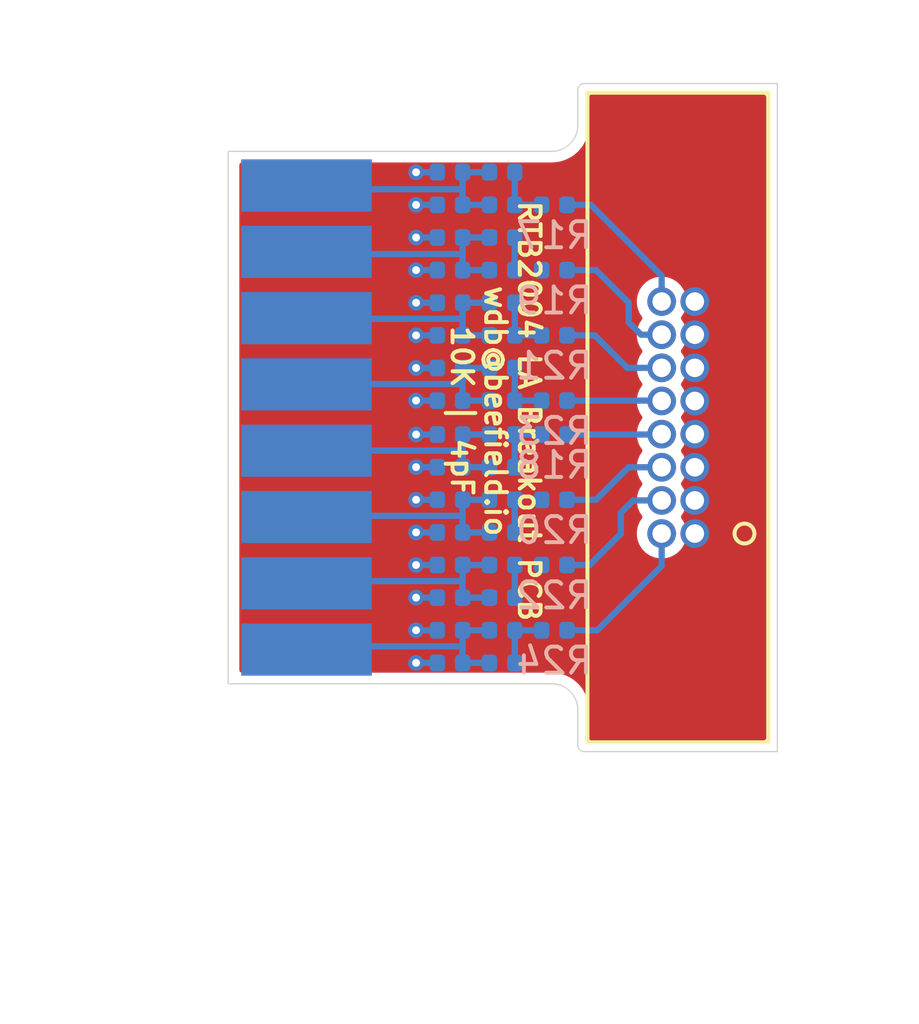
<source format=kicad_pcb>
(kicad_pcb (version 20171130) (host pcbnew 5.1.6-c6e7f7d~87~ubuntu18.04.1)

  (general
    (thickness 1.6)
    (drawings 13)
    (tracks 123)
    (zones 0)
    (modules 42)
    (nets 26)
  )

  (page A4)
  (layers
    (0 F.Cu signal)
    (31 B.Cu signal)
    (32 B.Adhes user)
    (33 F.Adhes user)
    (34 B.Paste user)
    (35 F.Paste user)
    (36 B.SilkS user)
    (37 F.SilkS user)
    (38 B.Mask user)
    (39 F.Mask user)
    (40 Dwgs.User user)
    (41 Cmts.User user)
    (42 Eco1.User user)
    (43 Eco2.User user)
    (44 Edge.Cuts user)
    (45 Margin user)
    (46 B.CrtYd user)
    (47 F.CrtYd user)
    (48 B.Fab user hide)
    (49 F.Fab user hide)
  )

  (setup
    (last_trace_width 0.24)
    (user_trace_width 0.16)
    (user_trace_width 0.24)
    (trace_clearance 0.16)
    (zone_clearance 0.4)
    (zone_45_only no)
    (trace_min 0.16)
    (via_size 0.6)
    (via_drill 0.3)
    (via_min_size 0.6)
    (via_min_drill 0.3)
    (uvia_size 0.3)
    (uvia_drill 0.1)
    (uvias_allowed no)
    (uvia_min_size 0.2)
    (uvia_min_drill 0.1)
    (edge_width 0.05)
    (segment_width 0.2)
    (pcb_text_width 0.3)
    (pcb_text_size 1.5 1.5)
    (mod_edge_width 0.12)
    (mod_text_size 1 1)
    (mod_text_width 0.15)
    (pad_size 1.524 1.524)
    (pad_drill 0.762)
    (pad_to_mask_clearance 0.05)
    (aux_axis_origin 0 0)
    (visible_elements FFFBFF7F)
    (pcbplotparams
      (layerselection 0x010fc_ffffffff)
      (usegerberextensions false)
      (usegerberattributes true)
      (usegerberadvancedattributes true)
      (creategerberjobfile true)
      (excludeedgelayer true)
      (linewidth 0.100000)
      (plotframeref false)
      (viasonmask false)
      (mode 1)
      (useauxorigin false)
      (hpglpennumber 1)
      (hpglpenspeed 20)
      (hpglpendiameter 15.000000)
      (psnegative false)
      (psa4output false)
      (plotreference true)
      (plotvalue true)
      (plotinvisibletext false)
      (padsonsilk false)
      (subtractmaskfromsilk false)
      (outputformat 1)
      (mirror false)
      (drillshape 0)
      (scaleselection 1)
      (outputdirectory "gerbers/"))
  )

  (net 0 "")
  (net 1 GND)
  (net 2 /LA0)
  (net 3 /IN0)
  (net 4 /LA4)
  (net 5 /IN4)
  (net 6 /LA1)
  (net 7 /IN1)
  (net 8 /LA5)
  (net 9 /IN5)
  (net 10 /LA2)
  (net 11 /IN2)
  (net 12 /LA6)
  (net 13 /IN6)
  (net 14 /LA3)
  (net 15 /IN3)
  (net 16 /LA7)
  (net 17 /IN7)
  (net 18 "Net-(C1-Pad1)")
  (net 19 "Net-(C3-Pad1)")
  (net 20 "Net-(C5-Pad1)")
  (net 21 "Net-(C7-Pad1)")
  (net 22 "Net-(C9-Pad1)")
  (net 23 "Net-(C11-Pad1)")
  (net 24 "Net-(C13-Pad1)")
  (net 25 "Net-(C15-Pad1)")

  (net_class Default "This is the default net class."
    (clearance 0.16)
    (trace_width 0.16)
    (via_dia 0.6)
    (via_drill 0.3)
    (uvia_dia 0.3)
    (uvia_drill 0.1)
    (add_net /IN0)
    (add_net /IN1)
    (add_net /IN2)
    (add_net /IN3)
    (add_net /IN4)
    (add_net /IN5)
    (add_net /IN6)
    (add_net /IN7)
    (add_net /LA0)
    (add_net /LA1)
    (add_net /LA2)
    (add_net /LA3)
    (add_net /LA4)
    (add_net /LA5)
    (add_net /LA6)
    (add_net /LA7)
    (add_net GND)
    (add_net "Net-(C1-Pad1)")
    (add_net "Net-(C11-Pad1)")
    (add_net "Net-(C13-Pad1)")
    (add_net "Net-(C15-Pad1)")
    (add_net "Net-(C3-Pad1)")
    (add_net "Net-(C5-Pad1)")
    (add_net "Net-(C7-Pad1)")
    (add_net "Net-(C9-Pad1)")
  )

  (module Resistor_SMD:R_0402_1005Metric (layer B.Cu) (tedit 5B301BBD) (tstamp 5F8BF0B6)
    (at 26.75 112.4)
    (descr "Resistor SMD 0402 (1005 Metric), square (rectangular) end terminal, IPC_7351 nominal, (Body size source: http://www.tortai-tech.com/upload/download/2011102023233369053.pdf), generated with kicad-footprint-generator")
    (tags resistor)
    (path /5F74FA5E)
    (attr smd)
    (fp_text reference R24 (at 0 1.17) (layer B.SilkS)
      (effects (font (size 1 1) (thickness 0.15)) (justify mirror))
    )
    (fp_text value 200 (at 0 -1.17) (layer B.Fab)
      (effects (font (size 1 1) (thickness 0.15)) (justify mirror))
    )
    (fp_text user %R (at 0 0) (layer B.Fab)
      (effects (font (size 0.25 0.25) (thickness 0.04)) (justify mirror))
    )
    (fp_line (start -0.5 -0.25) (end -0.5 0.25) (layer B.Fab) (width 0.1))
    (fp_line (start -0.5 0.25) (end 0.5 0.25) (layer B.Fab) (width 0.1))
    (fp_line (start 0.5 0.25) (end 0.5 -0.25) (layer B.Fab) (width 0.1))
    (fp_line (start 0.5 -0.25) (end -0.5 -0.25) (layer B.Fab) (width 0.1))
    (fp_line (start -0.93 -0.47) (end -0.93 0.47) (layer B.CrtYd) (width 0.05))
    (fp_line (start -0.93 0.47) (end 0.93 0.47) (layer B.CrtYd) (width 0.05))
    (fp_line (start 0.93 0.47) (end 0.93 -0.47) (layer B.CrtYd) (width 0.05))
    (fp_line (start 0.93 -0.47) (end -0.93 -0.47) (layer B.CrtYd) (width 0.05))
    (pad 2 smd roundrect (at 0.485 0) (size 0.59 0.64) (layers B.Cu B.Paste B.Mask) (roundrect_rratio 0.25)
      (net 17 /IN7))
    (pad 1 smd roundrect (at -0.485 0) (size 0.59 0.64) (layers B.Cu B.Paste B.Mask) (roundrect_rratio 0.25)
      (net 25 "Net-(C15-Pad1)"))
    (model ${KISYS3DMOD}/Resistor_SMD.3dshapes/R_0402_1005Metric.wrl
      (at (xyz 0 0 0))
      (scale (xyz 1 1 1))
      (rotate (xyz 0 0 0))
    )
  )

  (module Resistor_SMD:R_0402_1005Metric (layer B.Cu) (tedit 5B301BBD) (tstamp 5F8BF0A7)
    (at 26.75 103.6)
    (descr "Resistor SMD 0402 (1005 Metric), square (rectangular) end terminal, IPC_7351 nominal, (Body size source: http://www.tortai-tech.com/upload/download/2011102023233369053.pdf), generated with kicad-footprint-generator")
    (tags resistor)
    (path /5F74FE08)
    (attr smd)
    (fp_text reference R23 (at 0 1.17) (layer B.SilkS)
      (effects (font (size 1 1) (thickness 0.15)) (justify mirror))
    )
    (fp_text value 200 (at 0 -1.17) (layer B.Fab)
      (effects (font (size 1 1) (thickness 0.15)) (justify mirror))
    )
    (fp_text user %R (at 0 0) (layer B.Fab)
      (effects (font (size 0.25 0.25) (thickness 0.04)) (justify mirror))
    )
    (fp_line (start -0.5 -0.25) (end -0.5 0.25) (layer B.Fab) (width 0.1))
    (fp_line (start -0.5 0.25) (end 0.5 0.25) (layer B.Fab) (width 0.1))
    (fp_line (start 0.5 0.25) (end 0.5 -0.25) (layer B.Fab) (width 0.1))
    (fp_line (start 0.5 -0.25) (end -0.5 -0.25) (layer B.Fab) (width 0.1))
    (fp_line (start -0.93 -0.47) (end -0.93 0.47) (layer B.CrtYd) (width 0.05))
    (fp_line (start -0.93 0.47) (end 0.93 0.47) (layer B.CrtYd) (width 0.05))
    (fp_line (start 0.93 0.47) (end 0.93 -0.47) (layer B.CrtYd) (width 0.05))
    (fp_line (start 0.93 -0.47) (end -0.93 -0.47) (layer B.CrtYd) (width 0.05))
    (pad 2 smd roundrect (at 0.485 0) (size 0.59 0.64) (layers B.Cu B.Paste B.Mask) (roundrect_rratio 0.25)
      (net 15 /IN3))
    (pad 1 smd roundrect (at -0.485 0) (size 0.59 0.64) (layers B.Cu B.Paste B.Mask) (roundrect_rratio 0.25)
      (net 24 "Net-(C13-Pad1)"))
    (model ${KISYS3DMOD}/Resistor_SMD.3dshapes/R_0402_1005Metric.wrl
      (at (xyz 0 0 0))
      (scale (xyz 1 1 1))
      (rotate (xyz 0 0 0))
    )
  )

  (module Resistor_SMD:R_0402_1005Metric (layer B.Cu) (tedit 5B301BBD) (tstamp 5F8BF098)
    (at 26.75 109.9)
    (descr "Resistor SMD 0402 (1005 Metric), square (rectangular) end terminal, IPC_7351 nominal, (Body size source: http://www.tortai-tech.com/upload/download/2011102023233369053.pdf), generated with kicad-footprint-generator")
    (tags resistor)
    (path /5F74F5E3)
    (attr smd)
    (fp_text reference R22 (at 0 1.17) (layer B.SilkS)
      (effects (font (size 1 1) (thickness 0.15)) (justify mirror))
    )
    (fp_text value 200 (at 0 -1.17) (layer B.Fab)
      (effects (font (size 1 1) (thickness 0.15)) (justify mirror))
    )
    (fp_text user %R (at 0 0) (layer B.Fab)
      (effects (font (size 0.25 0.25) (thickness 0.04)) (justify mirror))
    )
    (fp_line (start -0.5 -0.25) (end -0.5 0.25) (layer B.Fab) (width 0.1))
    (fp_line (start -0.5 0.25) (end 0.5 0.25) (layer B.Fab) (width 0.1))
    (fp_line (start 0.5 0.25) (end 0.5 -0.25) (layer B.Fab) (width 0.1))
    (fp_line (start 0.5 -0.25) (end -0.5 -0.25) (layer B.Fab) (width 0.1))
    (fp_line (start -0.93 -0.47) (end -0.93 0.47) (layer B.CrtYd) (width 0.05))
    (fp_line (start -0.93 0.47) (end 0.93 0.47) (layer B.CrtYd) (width 0.05))
    (fp_line (start 0.93 0.47) (end 0.93 -0.47) (layer B.CrtYd) (width 0.05))
    (fp_line (start 0.93 -0.47) (end -0.93 -0.47) (layer B.CrtYd) (width 0.05))
    (pad 2 smd roundrect (at 0.485 0) (size 0.59 0.64) (layers B.Cu B.Paste B.Mask) (roundrect_rratio 0.25)
      (net 13 /IN6))
    (pad 1 smd roundrect (at -0.485 0) (size 0.59 0.64) (layers B.Cu B.Paste B.Mask) (roundrect_rratio 0.25)
      (net 23 "Net-(C11-Pad1)"))
    (model ${KISYS3DMOD}/Resistor_SMD.3dshapes/R_0402_1005Metric.wrl
      (at (xyz 0 0 0))
      (scale (xyz 1 1 1))
      (rotate (xyz 0 0 0))
    )
  )

  (module Resistor_SMD:R_0402_1005Metric (layer B.Cu) (tedit 5B301BBD) (tstamp 5F8BF089)
    (at 26.75 101.1)
    (descr "Resistor SMD 0402 (1005 Metric), square (rectangular) end terminal, IPC_7351 nominal, (Body size source: http://www.tortai-tech.com/upload/download/2011102023233369053.pdf), generated with kicad-footprint-generator")
    (tags resistor)
    (path /5F74767A)
    (attr smd)
    (fp_text reference R21 (at 0 1.17) (layer B.SilkS)
      (effects (font (size 1 1) (thickness 0.15)) (justify mirror))
    )
    (fp_text value 200 (at 0 -1.17) (layer B.Fab)
      (effects (font (size 1 1) (thickness 0.15)) (justify mirror))
    )
    (fp_text user %R (at 0 0) (layer B.Fab)
      (effects (font (size 0.25 0.25) (thickness 0.04)) (justify mirror))
    )
    (fp_line (start -0.5 -0.25) (end -0.5 0.25) (layer B.Fab) (width 0.1))
    (fp_line (start -0.5 0.25) (end 0.5 0.25) (layer B.Fab) (width 0.1))
    (fp_line (start 0.5 0.25) (end 0.5 -0.25) (layer B.Fab) (width 0.1))
    (fp_line (start 0.5 -0.25) (end -0.5 -0.25) (layer B.Fab) (width 0.1))
    (fp_line (start -0.93 -0.47) (end -0.93 0.47) (layer B.CrtYd) (width 0.05))
    (fp_line (start -0.93 0.47) (end 0.93 0.47) (layer B.CrtYd) (width 0.05))
    (fp_line (start 0.93 0.47) (end 0.93 -0.47) (layer B.CrtYd) (width 0.05))
    (fp_line (start 0.93 -0.47) (end -0.93 -0.47) (layer B.CrtYd) (width 0.05))
    (pad 2 smd roundrect (at 0.485 0) (size 0.59 0.64) (layers B.Cu B.Paste B.Mask) (roundrect_rratio 0.25)
      (net 11 /IN2))
    (pad 1 smd roundrect (at -0.485 0) (size 0.59 0.64) (layers B.Cu B.Paste B.Mask) (roundrect_rratio 0.25)
      (net 22 "Net-(C9-Pad1)"))
    (model ${KISYS3DMOD}/Resistor_SMD.3dshapes/R_0402_1005Metric.wrl
      (at (xyz 0 0 0))
      (scale (xyz 1 1 1))
      (rotate (xyz 0 0 0))
    )
  )

  (module Resistor_SMD:R_0402_1005Metric (layer B.Cu) (tedit 5B301BBD) (tstamp 5F8BF07A)
    (at 26.75 107.4)
    (descr "Resistor SMD 0402 (1005 Metric), square (rectangular) end terminal, IPC_7351 nominal, (Body size source: http://www.tortai-tech.com/upload/download/2011102023233369053.pdf), generated with kicad-footprint-generator")
    (tags resistor)
    (path /5F74F0B5)
    (attr smd)
    (fp_text reference R20 (at 0 1.17) (layer B.SilkS)
      (effects (font (size 1 1) (thickness 0.15)) (justify mirror))
    )
    (fp_text value 200 (at 0 -1.17) (layer B.Fab)
      (effects (font (size 1 1) (thickness 0.15)) (justify mirror))
    )
    (fp_text user %R (at 0 0) (layer B.Fab)
      (effects (font (size 0.25 0.25) (thickness 0.04)) (justify mirror))
    )
    (fp_line (start -0.5 -0.25) (end -0.5 0.25) (layer B.Fab) (width 0.1))
    (fp_line (start -0.5 0.25) (end 0.5 0.25) (layer B.Fab) (width 0.1))
    (fp_line (start 0.5 0.25) (end 0.5 -0.25) (layer B.Fab) (width 0.1))
    (fp_line (start 0.5 -0.25) (end -0.5 -0.25) (layer B.Fab) (width 0.1))
    (fp_line (start -0.93 -0.47) (end -0.93 0.47) (layer B.CrtYd) (width 0.05))
    (fp_line (start -0.93 0.47) (end 0.93 0.47) (layer B.CrtYd) (width 0.05))
    (fp_line (start 0.93 0.47) (end 0.93 -0.47) (layer B.CrtYd) (width 0.05))
    (fp_line (start 0.93 -0.47) (end -0.93 -0.47) (layer B.CrtYd) (width 0.05))
    (pad 2 smd roundrect (at 0.485 0) (size 0.59 0.64) (layers B.Cu B.Paste B.Mask) (roundrect_rratio 0.25)
      (net 9 /IN5))
    (pad 1 smd roundrect (at -0.485 0) (size 0.59 0.64) (layers B.Cu B.Paste B.Mask) (roundrect_rratio 0.25)
      (net 21 "Net-(C7-Pad1)"))
    (model ${KISYS3DMOD}/Resistor_SMD.3dshapes/R_0402_1005Metric.wrl
      (at (xyz 0 0 0))
      (scale (xyz 1 1 1))
      (rotate (xyz 0 0 0))
    )
  )

  (module Resistor_SMD:R_0402_1005Metric (layer B.Cu) (tedit 5B301BBD) (tstamp 5F8BF06B)
    (at 26.75 98.6)
    (descr "Resistor SMD 0402 (1005 Metric), square (rectangular) end terminal, IPC_7351 nominal, (Body size source: http://www.tortai-tech.com/upload/download/2011102023233369053.pdf), generated with kicad-footprint-generator")
    (tags resistor)
    (path /5F747254)
    (attr smd)
    (fp_text reference R19 (at 0 1.17) (layer B.SilkS)
      (effects (font (size 1 1) (thickness 0.15)) (justify mirror))
    )
    (fp_text value 200 (at 0 -1.17) (layer B.Fab)
      (effects (font (size 1 1) (thickness 0.15)) (justify mirror))
    )
    (fp_text user %R (at 0 0) (layer B.Fab)
      (effects (font (size 0.25 0.25) (thickness 0.04)) (justify mirror))
    )
    (fp_line (start -0.5 -0.25) (end -0.5 0.25) (layer B.Fab) (width 0.1))
    (fp_line (start -0.5 0.25) (end 0.5 0.25) (layer B.Fab) (width 0.1))
    (fp_line (start 0.5 0.25) (end 0.5 -0.25) (layer B.Fab) (width 0.1))
    (fp_line (start 0.5 -0.25) (end -0.5 -0.25) (layer B.Fab) (width 0.1))
    (fp_line (start -0.93 -0.47) (end -0.93 0.47) (layer B.CrtYd) (width 0.05))
    (fp_line (start -0.93 0.47) (end 0.93 0.47) (layer B.CrtYd) (width 0.05))
    (fp_line (start 0.93 0.47) (end 0.93 -0.47) (layer B.CrtYd) (width 0.05))
    (fp_line (start 0.93 -0.47) (end -0.93 -0.47) (layer B.CrtYd) (width 0.05))
    (pad 2 smd roundrect (at 0.485 0) (size 0.59 0.64) (layers B.Cu B.Paste B.Mask) (roundrect_rratio 0.25)
      (net 7 /IN1))
    (pad 1 smd roundrect (at -0.485 0) (size 0.59 0.64) (layers B.Cu B.Paste B.Mask) (roundrect_rratio 0.25)
      (net 20 "Net-(C5-Pad1)"))
    (model ${KISYS3DMOD}/Resistor_SMD.3dshapes/R_0402_1005Metric.wrl
      (at (xyz 0 0 0))
      (scale (xyz 1 1 1))
      (rotate (xyz 0 0 0))
    )
  )

  (module Resistor_SMD:R_0402_1005Metric (layer B.Cu) (tedit 5B301BBD) (tstamp 5F8BF05C)
    (at 26.75 104.9)
    (descr "Resistor SMD 0402 (1005 Metric), square (rectangular) end terminal, IPC_7351 nominal, (Body size source: http://www.tortai-tech.com/upload/download/2011102023233369053.pdf), generated with kicad-footprint-generator")
    (tags resistor)
    (path /5F74EC4A)
    (attr smd)
    (fp_text reference R18 (at 0 1.17) (layer B.SilkS)
      (effects (font (size 1 1) (thickness 0.15)) (justify mirror))
    )
    (fp_text value 200 (at 0 -1.17) (layer B.Fab)
      (effects (font (size 1 1) (thickness 0.15)) (justify mirror))
    )
    (fp_text user %R (at 0 0) (layer B.Fab)
      (effects (font (size 0.25 0.25) (thickness 0.04)) (justify mirror))
    )
    (fp_line (start -0.5 -0.25) (end -0.5 0.25) (layer B.Fab) (width 0.1))
    (fp_line (start -0.5 0.25) (end 0.5 0.25) (layer B.Fab) (width 0.1))
    (fp_line (start 0.5 0.25) (end 0.5 -0.25) (layer B.Fab) (width 0.1))
    (fp_line (start 0.5 -0.25) (end -0.5 -0.25) (layer B.Fab) (width 0.1))
    (fp_line (start -0.93 -0.47) (end -0.93 0.47) (layer B.CrtYd) (width 0.05))
    (fp_line (start -0.93 0.47) (end 0.93 0.47) (layer B.CrtYd) (width 0.05))
    (fp_line (start 0.93 0.47) (end 0.93 -0.47) (layer B.CrtYd) (width 0.05))
    (fp_line (start 0.93 -0.47) (end -0.93 -0.47) (layer B.CrtYd) (width 0.05))
    (pad 2 smd roundrect (at 0.485 0) (size 0.59 0.64) (layers B.Cu B.Paste B.Mask) (roundrect_rratio 0.25)
      (net 5 /IN4))
    (pad 1 smd roundrect (at -0.485 0) (size 0.59 0.64) (layers B.Cu B.Paste B.Mask) (roundrect_rratio 0.25)
      (net 19 "Net-(C3-Pad1)"))
    (model ${KISYS3DMOD}/Resistor_SMD.3dshapes/R_0402_1005Metric.wrl
      (at (xyz 0 0 0))
      (scale (xyz 1 1 1))
      (rotate (xyz 0 0 0))
    )
  )

  (module Resistor_SMD:R_0402_1005Metric (layer B.Cu) (tedit 5B301BBD) (tstamp 5F8BF04D)
    (at 26.75 96.1)
    (descr "Resistor SMD 0402 (1005 Metric), square (rectangular) end terminal, IPC_7351 nominal, (Body size source: http://www.tortai-tech.com/upload/download/2011102023233369053.pdf), generated with kicad-footprint-generator")
    (tags resistor)
    (path /5F7465AE)
    (attr smd)
    (fp_text reference R17 (at 0 1.17) (layer B.SilkS)
      (effects (font (size 1 1) (thickness 0.15)) (justify mirror))
    )
    (fp_text value 200 (at 0 -1.17) (layer B.Fab)
      (effects (font (size 1 1) (thickness 0.15)) (justify mirror))
    )
    (fp_text user %R (at 0 0) (layer B.Fab)
      (effects (font (size 0.25 0.25) (thickness 0.04)) (justify mirror))
    )
    (fp_line (start -0.5 -0.25) (end -0.5 0.25) (layer B.Fab) (width 0.1))
    (fp_line (start -0.5 0.25) (end 0.5 0.25) (layer B.Fab) (width 0.1))
    (fp_line (start 0.5 0.25) (end 0.5 -0.25) (layer B.Fab) (width 0.1))
    (fp_line (start 0.5 -0.25) (end -0.5 -0.25) (layer B.Fab) (width 0.1))
    (fp_line (start -0.93 -0.47) (end -0.93 0.47) (layer B.CrtYd) (width 0.05))
    (fp_line (start -0.93 0.47) (end 0.93 0.47) (layer B.CrtYd) (width 0.05))
    (fp_line (start 0.93 0.47) (end 0.93 -0.47) (layer B.CrtYd) (width 0.05))
    (fp_line (start 0.93 -0.47) (end -0.93 -0.47) (layer B.CrtYd) (width 0.05))
    (pad 2 smd roundrect (at 0.485 0) (size 0.59 0.64) (layers B.Cu B.Paste B.Mask) (roundrect_rratio 0.25)
      (net 3 /IN0))
    (pad 1 smd roundrect (at -0.485 0) (size 0.59 0.64) (layers B.Cu B.Paste B.Mask) (roundrect_rratio 0.25)
      (net 18 "Net-(C1-Pad1)"))
    (model ${KISYS3DMOD}/Resistor_SMD.3dshapes/R_0402_1005Metric.wrl
      (at (xyz 0 0 0))
      (scale (xyz 1 1 1))
      (rotate (xyz 0 0 0))
    )
  )

  (module wbraun_smd:EHF-108-01-L-D (layer F.Cu) (tedit 5F685246) (tstamp 5F65FB3D)
    (at 31.5 104.25 90)
    (path /5F65B0E1)
    (fp_text reference J2 (at 4.445 -0.635 90) (layer F.SilkS) hide
      (effects (font (size 1 1) (thickness 0.15)))
    )
    (fp_text value Conn_02x08_Odd_Even (at 4.445 -0.635 90) (layer F.SilkS) hide
      (effects (font (size 1 1) (thickness 0.15)))
    )
    (fp_circle (center -4.445 0.635) (end -4.191 0.635) (layer F.Fab) (width 0.1524))
    (fp_circle (center -4.445 2.54) (end -4.064 2.54) (layer F.SilkS) (width 0.1524))
    (fp_line (start 12.573 -3.6068) (end -12.573 -3.6068) (layer F.CrtYd) (width 0.1524))
    (fp_line (start 12.573 3.5814) (end 12.573 -3.6068) (layer F.CrtYd) (width 0.1524))
    (fp_line (start -12.573 3.5814) (end 12.573 3.5814) (layer F.CrtYd) (width 0.1524))
    (fp_line (start -12.573 -3.6068) (end -12.573 3.5814) (layer F.CrtYd) (width 0.1524))
    (fp_line (start -12.319 -3.3528) (end -12.319 3.3274) (layer F.Fab) (width 0.1524))
    (fp_line (start 12.319 -3.3528) (end -12.319 -3.3528) (layer F.Fab) (width 0.1524))
    (fp_line (start 12.319 3.3274) (end 12.319 -3.3528) (layer F.Fab) (width 0.1524))
    (fp_line (start -12.319 3.3274) (end 12.319 3.3274) (layer F.Fab) (width 0.1524))
    (fp_line (start -12.446 -3.4798) (end -12.446 3.4544) (layer F.SilkS) (width 0.1524))
    (fp_line (start 12.446 -3.4798) (end -12.446 -3.4798) (layer F.SilkS) (width 0.1524))
    (fp_line (start 12.446 3.4544) (end 12.446 -3.4798) (layer F.SilkS) (width 0.1524))
    (fp_line (start -12.446 3.4544) (end 12.446 3.4544) (layer F.SilkS) (width 0.1524))
    (fp_text user * (at 1.25 7.25 90) (layer F.SilkS) hide
      (effects (font (size 1 1) (thickness 0.15)))
    )
    (pad 16 thru_hole circle (at 4.445 -0.635 90) (size 1.1 1.1) (drill 0.71) (layers *.Cu *.Mask)
      (net 3 /IN0))
    (pad 15 thru_hole circle (at 4.445 0.635 90) (size 1.1 1.1) (drill 0.71) (layers *.Cu *.Mask)
      (net 1 GND))
    (pad 14 thru_hole circle (at 3.175 -0.635 90) (size 1.1 1.1) (drill 0.71) (layers *.Cu *.Mask)
      (net 7 /IN1))
    (pad 13 thru_hole circle (at 3.175 0.635 90) (size 1.1 1.1) (drill 0.71) (layers *.Cu *.Mask)
      (net 1 GND))
    (pad 12 thru_hole circle (at 1.905 -0.635 90) (size 1.1 1.1) (drill 0.71) (layers *.Cu *.Mask)
      (net 11 /IN2))
    (pad 11 thru_hole circle (at 1.905 0.635 90) (size 1.1 1.1) (drill 0.71) (layers *.Cu *.Mask)
      (net 1 GND))
    (pad 10 thru_hole circle (at 0.635 -0.635 90) (size 1.1 1.1) (drill 0.71) (layers *.Cu *.Mask)
      (net 15 /IN3))
    (pad 9 thru_hole circle (at 0.635 0.635 90) (size 1.1 1.1) (drill 0.71) (layers *.Cu *.Mask)
      (net 1 GND))
    (pad 8 thru_hole circle (at -0.635 -0.635 90) (size 1.1 1.1) (drill 0.71) (layers *.Cu *.Mask)
      (net 5 /IN4))
    (pad 7 thru_hole circle (at -0.635 0.635 90) (size 1.1 1.1) (drill 0.71) (layers *.Cu *.Mask)
      (net 1 GND))
    (pad 6 thru_hole circle (at -1.905 -0.635 90) (size 1.1 1.1) (drill 0.71) (layers *.Cu *.Mask)
      (net 9 /IN5))
    (pad 5 thru_hole circle (at -1.905 0.635 90) (size 1.1 1.1) (drill 0.71) (layers *.Cu *.Mask)
      (net 1 GND))
    (pad 4 thru_hole circle (at -3.175 -0.635 90) (size 1.1 1.1) (drill 0.71) (layers *.Cu *.Mask)
      (net 13 /IN6))
    (pad 3 thru_hole circle (at -3.175 0.635 90) (size 1.1 1.1) (drill 0.71) (layers *.Cu *.Mask)
      (net 1 GND))
    (pad 2 thru_hole circle (at -4.445 -0.635 90) (size 1.1 1.1) (drill 0.71) (layers *.Cu *.Mask)
      (net 17 /IN7))
    (pad 1 thru_hole circle (at -4.445 0.635 90) (size 1.1 1.1) (drill 0.71) (layers *.Cu *.Mask)
      (net 1 GND))
  )

  (module wbraun_smd:pinheader_2x8_horizontal_mount_2.54mm (layer F.Cu) (tedit 5F6851D2) (tstamp 5F65FB17)
    (at 17.25 104.25 270)
    (path /5F659C30)
    (fp_text reference J1 (at 0 -6.35 90) (layer F.SilkS) hide
      (effects (font (size 1 1) (thickness 0.15)))
    )
    (fp_text value Conn_02x08_Odd_Even (at 6.6 19.1 90) (layer F.Fab) hide
      (effects (font (size 1 1) (thickness 0.15)))
    )
    (pad 16 smd rect (at 8.89 0 270) (size 2 5) (layers B.Cu B.Mask)
      (net 16 /LA7))
    (pad 14 smd rect (at 6.35 0 270) (size 2 5) (layers B.Cu B.Mask)
      (net 12 /LA6))
    (pad 12 smd rect (at 3.81 0 270) (size 2 5) (layers B.Cu B.Mask)
      (net 8 /LA5))
    (pad 10 smd rect (at 1.27 0 270) (size 2 5) (layers B.Cu B.Mask)
      (net 4 /LA4))
    (pad 8 smd rect (at -1.27 0 270) (size 2 5) (layers B.Cu B.Mask)
      (net 14 /LA3))
    (pad 6 smd rect (at -3.81 0 270) (size 2 5) (layers B.Cu B.Mask)
      (net 10 /LA2))
    (pad 4 smd rect (at -6.35 0 270) (size 2 5) (layers B.Cu B.Mask)
      (net 6 /LA1))
    (pad 2 smd rect (at -8.89 0 270) (size 2 5) (layers B.Cu B.Mask)
      (net 2 /LA0))
    (pad 15 smd rect (at 8.89 0 270) (size 2 5) (layers F.Cu F.Mask)
      (net 1 GND))
    (pad 13 smd rect (at 6.35 0 270) (size 2 5) (layers F.Cu F.Mask)
      (net 1 GND))
    (pad 11 smd rect (at 3.81 0 270) (size 2 5) (layers F.Cu F.Mask)
      (net 1 GND))
    (pad 9 smd rect (at 1.27 0 270) (size 2 5) (layers F.Cu F.Mask)
      (net 1 GND))
    (pad 7 smd rect (at -1.27 0 270) (size 2 5) (layers F.Cu F.Mask)
      (net 1 GND))
    (pad 5 smd rect (at -3.81 0 270) (size 2 5) (layers F.Cu F.Mask)
      (net 1 GND))
    (pad 3 smd rect (at -6.35 0 270) (size 2 5) (layers F.Cu F.Mask)
      (net 1 GND))
    (pad 1 smd rect (at -8.89 0 270) (size 2 5) (layers F.Cu F.Mask)
      (net 1 GND))
  )

  (module Resistor_SMD:R_0402_1005Metric (layer B.Cu) (tedit 5B301BBD) (tstamp 5F68C0C7)
    (at 22.75 113.65 180)
    (descr "Resistor SMD 0402 (1005 Metric), square (rectangular) end terminal, IPC_7351 nominal, (Body size source: http://www.tortai-tech.com/upload/download/2011102023233369053.pdf), generated with kicad-footprint-generator")
    (tags resistor)
    (path /5F6BC3B8)
    (attr smd)
    (fp_text reference R16 (at 0 1.17) (layer B.SilkS) hide
      (effects (font (size 1 1) (thickness 0.15)) (justify mirror))
    )
    (fp_text value 2k (at 0 -1.17) (layer B.Fab) hide
      (effects (font (size 1 1) (thickness 0.15)) (justify mirror))
    )
    (fp_line (start 0.93 -0.47) (end -0.93 -0.47) (layer B.CrtYd) (width 0.05))
    (fp_line (start 0.93 0.47) (end 0.93 -0.47) (layer B.CrtYd) (width 0.05))
    (fp_line (start -0.93 0.47) (end 0.93 0.47) (layer B.CrtYd) (width 0.05))
    (fp_line (start -0.93 -0.47) (end -0.93 0.47) (layer B.CrtYd) (width 0.05))
    (fp_line (start 0.5 -0.25) (end -0.5 -0.25) (layer B.Fab) (width 0.1))
    (fp_line (start 0.5 0.25) (end 0.5 -0.25) (layer B.Fab) (width 0.1))
    (fp_line (start -0.5 0.25) (end 0.5 0.25) (layer B.Fab) (width 0.1))
    (fp_line (start -0.5 -0.25) (end -0.5 0.25) (layer B.Fab) (width 0.1))
    (fp_text user %R (at 0 0) (layer B.Fab) hide
      (effects (font (size 0.25 0.25) (thickness 0.04)) (justify mirror))
    )
    (pad 2 smd roundrect (at 0.485 0 180) (size 0.59 0.64) (layers B.Cu B.Paste B.Mask) (roundrect_rratio 0.25)
      (net 1 GND))
    (pad 1 smd roundrect (at -0.485 0 180) (size 0.59 0.64) (layers B.Cu B.Paste B.Mask) (roundrect_rratio 0.25)
      (net 16 /LA7))
    (model ${KISYS3DMOD}/Resistor_SMD.3dshapes/R_0402_1005Metric.wrl
      (at (xyz 0 0 0))
      (scale (xyz 1 1 1))
      (rotate (xyz 0 0 0))
    )
  )

  (module Resistor_SMD:R_0402_1005Metric (layer B.Cu) (tedit 5B301BBD) (tstamp 5F68C145)
    (at 24.75 113.65 180)
    (descr "Resistor SMD 0402 (1005 Metric), square (rectangular) end terminal, IPC_7351 nominal, (Body size source: http://www.tortai-tech.com/upload/download/2011102023233369053.pdf), generated with kicad-footprint-generator")
    (tags resistor)
    (path /5F6BC3A4)
    (attr smd)
    (fp_text reference R15 (at 0 1.17) (layer B.SilkS) hide
      (effects (font (size 1 1) (thickness 0.15)) (justify mirror))
    )
    (fp_text value 7.87k (at 0 -1.17) (layer B.Fab) hide
      (effects (font (size 1 1) (thickness 0.15)) (justify mirror))
    )
    (fp_line (start 0.93 -0.47) (end -0.93 -0.47) (layer B.CrtYd) (width 0.05))
    (fp_line (start 0.93 0.47) (end 0.93 -0.47) (layer B.CrtYd) (width 0.05))
    (fp_line (start -0.93 0.47) (end 0.93 0.47) (layer B.CrtYd) (width 0.05))
    (fp_line (start -0.93 -0.47) (end -0.93 0.47) (layer B.CrtYd) (width 0.05))
    (fp_line (start 0.5 -0.25) (end -0.5 -0.25) (layer B.Fab) (width 0.1))
    (fp_line (start 0.5 0.25) (end 0.5 -0.25) (layer B.Fab) (width 0.1))
    (fp_line (start -0.5 0.25) (end 0.5 0.25) (layer B.Fab) (width 0.1))
    (fp_line (start -0.5 -0.25) (end -0.5 0.25) (layer B.Fab) (width 0.1))
    (fp_text user %R (at 0 0) (layer B.Fab) hide
      (effects (font (size 0.25 0.25) (thickness 0.04)) (justify mirror))
    )
    (pad 2 smd roundrect (at 0.485 0 180) (size 0.59 0.64) (layers B.Cu B.Paste B.Mask) (roundrect_rratio 0.25)
      (net 16 /LA7))
    (pad 1 smd roundrect (at -0.485 0 180) (size 0.59 0.64) (layers B.Cu B.Paste B.Mask) (roundrect_rratio 0.25)
      (net 25 "Net-(C15-Pad1)"))
    (model ${KISYS3DMOD}/Resistor_SMD.3dshapes/R_0402_1005Metric.wrl
      (at (xyz 0 0 0))
      (scale (xyz 1 1 1))
      (rotate (xyz 0 0 0))
    )
  )

  (module Resistor_SMD:R_0402_1005Metric (layer B.Cu) (tedit 5B301BBD) (tstamp 5F68D4A5)
    (at 22.75 103.6 180)
    (descr "Resistor SMD 0402 (1005 Metric), square (rectangular) end terminal, IPC_7351 nominal, (Body size source: http://www.tortai-tech.com/upload/download/2011102023233369053.pdf), generated with kicad-footprint-generator")
    (tags resistor)
    (path /5F6AAACB)
    (attr smd)
    (fp_text reference R14 (at 0 1.17) (layer B.SilkS) hide
      (effects (font (size 1 1) (thickness 0.15)) (justify mirror))
    )
    (fp_text value 2k (at 0 -1.17) (layer B.Fab) hide
      (effects (font (size 1 1) (thickness 0.15)) (justify mirror))
    )
    (fp_line (start 0.93 -0.47) (end -0.93 -0.47) (layer B.CrtYd) (width 0.05))
    (fp_line (start 0.93 0.47) (end 0.93 -0.47) (layer B.CrtYd) (width 0.05))
    (fp_line (start -0.93 0.47) (end 0.93 0.47) (layer B.CrtYd) (width 0.05))
    (fp_line (start -0.93 -0.47) (end -0.93 0.47) (layer B.CrtYd) (width 0.05))
    (fp_line (start 0.5 -0.25) (end -0.5 -0.25) (layer B.Fab) (width 0.1))
    (fp_line (start 0.5 0.25) (end 0.5 -0.25) (layer B.Fab) (width 0.1))
    (fp_line (start -0.5 0.25) (end 0.5 0.25) (layer B.Fab) (width 0.1))
    (fp_line (start -0.5 -0.25) (end -0.5 0.25) (layer B.Fab) (width 0.1))
    (fp_text user %R (at 0 0) (layer B.Fab) hide
      (effects (font (size 0.25 0.25) (thickness 0.04)) (justify mirror))
    )
    (pad 2 smd roundrect (at 0.485 0 180) (size 0.59 0.64) (layers B.Cu B.Paste B.Mask) (roundrect_rratio 0.25)
      (net 1 GND))
    (pad 1 smd roundrect (at -0.485 0 180) (size 0.59 0.64) (layers B.Cu B.Paste B.Mask) (roundrect_rratio 0.25)
      (net 14 /LA3))
    (model ${KISYS3DMOD}/Resistor_SMD.3dshapes/R_0402_1005Metric.wrl
      (at (xyz 0 0 0))
      (scale (xyz 1 1 1))
      (rotate (xyz 0 0 0))
    )
  )

  (module Resistor_SMD:R_0402_1005Metric (layer B.Cu) (tedit 5B301BBD) (tstamp 5F68D2AD)
    (at 24.75 103.6 180)
    (descr "Resistor SMD 0402 (1005 Metric), square (rectangular) end terminal, IPC_7351 nominal, (Body size source: http://www.tortai-tech.com/upload/download/2011102023233369053.pdf), generated with kicad-footprint-generator")
    (tags resistor)
    (path /5F6AAAB7)
    (attr smd)
    (fp_text reference R13 (at 0 1.17) (layer B.SilkS) hide
      (effects (font (size 1 1) (thickness 0.15)) (justify mirror))
    )
    (fp_text value 7.87k (at 0 -1.17) (layer B.Fab) hide
      (effects (font (size 1 1) (thickness 0.15)) (justify mirror))
    )
    (fp_line (start 0.93 -0.47) (end -0.93 -0.47) (layer B.CrtYd) (width 0.05))
    (fp_line (start 0.93 0.47) (end 0.93 -0.47) (layer B.CrtYd) (width 0.05))
    (fp_line (start -0.93 0.47) (end 0.93 0.47) (layer B.CrtYd) (width 0.05))
    (fp_line (start -0.93 -0.47) (end -0.93 0.47) (layer B.CrtYd) (width 0.05))
    (fp_line (start 0.5 -0.25) (end -0.5 -0.25) (layer B.Fab) (width 0.1))
    (fp_line (start 0.5 0.25) (end 0.5 -0.25) (layer B.Fab) (width 0.1))
    (fp_line (start -0.5 0.25) (end 0.5 0.25) (layer B.Fab) (width 0.1))
    (fp_line (start -0.5 -0.25) (end -0.5 0.25) (layer B.Fab) (width 0.1))
    (fp_text user %R (at 0 0) (layer B.Fab) hide
      (effects (font (size 0.25 0.25) (thickness 0.04)) (justify mirror))
    )
    (pad 2 smd roundrect (at 0.485 0 180) (size 0.59 0.64) (layers B.Cu B.Paste B.Mask) (roundrect_rratio 0.25)
      (net 14 /LA3))
    (pad 1 smd roundrect (at -0.485 0 180) (size 0.59 0.64) (layers B.Cu B.Paste B.Mask) (roundrect_rratio 0.25)
      (net 24 "Net-(C13-Pad1)"))
    (model ${KISYS3DMOD}/Resistor_SMD.3dshapes/R_0402_1005Metric.wrl
      (at (xyz 0 0 0))
      (scale (xyz 1 1 1))
      (rotate (xyz 0 0 0))
    )
  )

  (module Resistor_SMD:R_0402_1005Metric (layer B.Cu) (tedit 5B301BBD) (tstamp 5F68C217)
    (at 22.75 111.15 180)
    (descr "Resistor SMD 0402 (1005 Metric), square (rectangular) end terminal, IPC_7351 nominal, (Body size source: http://www.tortai-tech.com/upload/download/2011102023233369053.pdf), generated with kicad-footprint-generator")
    (tags resistor)
    (path /5F6BC372)
    (attr smd)
    (fp_text reference R12 (at 0 1.17) (layer B.SilkS) hide
      (effects (font (size 1 1) (thickness 0.15)) (justify mirror))
    )
    (fp_text value 2k (at 0 -1.17) (layer B.Fab) hide
      (effects (font (size 1 1) (thickness 0.15)) (justify mirror))
    )
    (fp_line (start 0.93 -0.47) (end -0.93 -0.47) (layer B.CrtYd) (width 0.05))
    (fp_line (start 0.93 0.47) (end 0.93 -0.47) (layer B.CrtYd) (width 0.05))
    (fp_line (start -0.93 0.47) (end 0.93 0.47) (layer B.CrtYd) (width 0.05))
    (fp_line (start -0.93 -0.47) (end -0.93 0.47) (layer B.CrtYd) (width 0.05))
    (fp_line (start 0.5 -0.25) (end -0.5 -0.25) (layer B.Fab) (width 0.1))
    (fp_line (start 0.5 0.25) (end 0.5 -0.25) (layer B.Fab) (width 0.1))
    (fp_line (start -0.5 0.25) (end 0.5 0.25) (layer B.Fab) (width 0.1))
    (fp_line (start -0.5 -0.25) (end -0.5 0.25) (layer B.Fab) (width 0.1))
    (fp_text user %R (at 0 0) (layer B.Fab) hide
      (effects (font (size 0.25 0.25) (thickness 0.04)) (justify mirror))
    )
    (pad 2 smd roundrect (at 0.485 0 180) (size 0.59 0.64) (layers B.Cu B.Paste B.Mask) (roundrect_rratio 0.25)
      (net 1 GND))
    (pad 1 smd roundrect (at -0.485 0 180) (size 0.59 0.64) (layers B.Cu B.Paste B.Mask) (roundrect_rratio 0.25)
      (net 12 /LA6))
    (model ${KISYS3DMOD}/Resistor_SMD.3dshapes/R_0402_1005Metric.wrl
      (at (xyz 0 0 0))
      (scale (xyz 1 1 1))
      (rotate (xyz 0 0 0))
    )
  )

  (module Resistor_SMD:R_0402_1005Metric (layer B.Cu) (tedit 5B301BBD) (tstamp 5F68C0F1)
    (at 24.75 111.15 180)
    (descr "Resistor SMD 0402 (1005 Metric), square (rectangular) end terminal, IPC_7351 nominal, (Body size source: http://www.tortai-tech.com/upload/download/2011102023233369053.pdf), generated with kicad-footprint-generator")
    (tags resistor)
    (path /5F6BC35E)
    (attr smd)
    (fp_text reference R11 (at 0 1.17) (layer B.SilkS) hide
      (effects (font (size 1 1) (thickness 0.15)) (justify mirror))
    )
    (fp_text value 7.87k (at 0 -1.17) (layer B.Fab) hide
      (effects (font (size 1 1) (thickness 0.15)) (justify mirror))
    )
    (fp_line (start 0.93 -0.47) (end -0.93 -0.47) (layer B.CrtYd) (width 0.05))
    (fp_line (start 0.93 0.47) (end 0.93 -0.47) (layer B.CrtYd) (width 0.05))
    (fp_line (start -0.93 0.47) (end 0.93 0.47) (layer B.CrtYd) (width 0.05))
    (fp_line (start -0.93 -0.47) (end -0.93 0.47) (layer B.CrtYd) (width 0.05))
    (fp_line (start 0.5 -0.25) (end -0.5 -0.25) (layer B.Fab) (width 0.1))
    (fp_line (start 0.5 0.25) (end 0.5 -0.25) (layer B.Fab) (width 0.1))
    (fp_line (start -0.5 0.25) (end 0.5 0.25) (layer B.Fab) (width 0.1))
    (fp_line (start -0.5 -0.25) (end -0.5 0.25) (layer B.Fab) (width 0.1))
    (fp_text user %R (at 0 0) (layer B.Fab) hide
      (effects (font (size 0.25 0.25) (thickness 0.04)) (justify mirror))
    )
    (pad 2 smd roundrect (at 0.485 0 180) (size 0.59 0.64) (layers B.Cu B.Paste B.Mask) (roundrect_rratio 0.25)
      (net 12 /LA6))
    (pad 1 smd roundrect (at -0.485 0 180) (size 0.59 0.64) (layers B.Cu B.Paste B.Mask) (roundrect_rratio 0.25)
      (net 23 "Net-(C11-Pad1)"))
    (model ${KISYS3DMOD}/Resistor_SMD.3dshapes/R_0402_1005Metric.wrl
      (at (xyz 0 0 0))
      (scale (xyz 1 1 1))
      (rotate (xyz 0 0 0))
    )
  )

  (module Resistor_SMD:R_0402_1005Metric (layer B.Cu) (tedit 5B301BBD) (tstamp 5F68D259)
    (at 22.75 101.1 180)
    (descr "Resistor SMD 0402 (1005 Metric), square (rectangular) end terminal, IPC_7351 nominal, (Body size source: http://www.tortai-tech.com/upload/download/2011102023233369053.pdf), generated with kicad-footprint-generator")
    (tags resistor)
    (path /5F6AAA85)
    (attr smd)
    (fp_text reference R10 (at 0 1.17) (layer B.SilkS) hide
      (effects (font (size 1 1) (thickness 0.15)) (justify mirror))
    )
    (fp_text value 2k (at 0 -1.17) (layer B.Fab) hide
      (effects (font (size 1 1) (thickness 0.15)) (justify mirror))
    )
    (fp_line (start 0.93 -0.47) (end -0.93 -0.47) (layer B.CrtYd) (width 0.05))
    (fp_line (start 0.93 0.47) (end 0.93 -0.47) (layer B.CrtYd) (width 0.05))
    (fp_line (start -0.93 0.47) (end 0.93 0.47) (layer B.CrtYd) (width 0.05))
    (fp_line (start -0.93 -0.47) (end -0.93 0.47) (layer B.CrtYd) (width 0.05))
    (fp_line (start 0.5 -0.25) (end -0.5 -0.25) (layer B.Fab) (width 0.1))
    (fp_line (start 0.5 0.25) (end 0.5 -0.25) (layer B.Fab) (width 0.1))
    (fp_line (start -0.5 0.25) (end 0.5 0.25) (layer B.Fab) (width 0.1))
    (fp_line (start -0.5 -0.25) (end -0.5 0.25) (layer B.Fab) (width 0.1))
    (fp_text user %R (at 0 0) (layer B.Fab) hide
      (effects (font (size 0.25 0.25) (thickness 0.04)) (justify mirror))
    )
    (pad 2 smd roundrect (at 0.485 0 180) (size 0.59 0.64) (layers B.Cu B.Paste B.Mask) (roundrect_rratio 0.25)
      (net 1 GND))
    (pad 1 smd roundrect (at -0.485 0 180) (size 0.59 0.64) (layers B.Cu B.Paste B.Mask) (roundrect_rratio 0.25)
      (net 10 /LA2))
    (model ${KISYS3DMOD}/Resistor_SMD.3dshapes/R_0402_1005Metric.wrl
      (at (xyz 0 0 0))
      (scale (xyz 1 1 1))
      (rotate (xyz 0 0 0))
    )
  )

  (module Resistor_SMD:R_0402_1005Metric (layer B.Cu) (tedit 5B301BBD) (tstamp 5F68D3FD)
    (at 24.75 101.1 180)
    (descr "Resistor SMD 0402 (1005 Metric), square (rectangular) end terminal, IPC_7351 nominal, (Body size source: http://www.tortai-tech.com/upload/download/2011102023233369053.pdf), generated with kicad-footprint-generator")
    (tags resistor)
    (path /5F6AAA71)
    (attr smd)
    (fp_text reference R9 (at 0 1.17) (layer B.SilkS) hide
      (effects (font (size 1 1) (thickness 0.15)) (justify mirror))
    )
    (fp_text value 7.87k (at 0 -1.17) (layer B.Fab) hide
      (effects (font (size 1 1) (thickness 0.15)) (justify mirror))
    )
    (fp_line (start 0.93 -0.47) (end -0.93 -0.47) (layer B.CrtYd) (width 0.05))
    (fp_line (start 0.93 0.47) (end 0.93 -0.47) (layer B.CrtYd) (width 0.05))
    (fp_line (start -0.93 0.47) (end 0.93 0.47) (layer B.CrtYd) (width 0.05))
    (fp_line (start -0.93 -0.47) (end -0.93 0.47) (layer B.CrtYd) (width 0.05))
    (fp_line (start 0.5 -0.25) (end -0.5 -0.25) (layer B.Fab) (width 0.1))
    (fp_line (start 0.5 0.25) (end 0.5 -0.25) (layer B.Fab) (width 0.1))
    (fp_line (start -0.5 0.25) (end 0.5 0.25) (layer B.Fab) (width 0.1))
    (fp_line (start -0.5 -0.25) (end -0.5 0.25) (layer B.Fab) (width 0.1))
    (fp_text user %R (at 0 0) (layer B.Fab) hide
      (effects (font (size 0.25 0.25) (thickness 0.04)) (justify mirror))
    )
    (pad 2 smd roundrect (at 0.485 0 180) (size 0.59 0.64) (layers B.Cu B.Paste B.Mask) (roundrect_rratio 0.25)
      (net 10 /LA2))
    (pad 1 smd roundrect (at -0.485 0 180) (size 0.59 0.64) (layers B.Cu B.Paste B.Mask) (roundrect_rratio 0.25)
      (net 22 "Net-(C9-Pad1)"))
    (model ${KISYS3DMOD}/Resistor_SMD.3dshapes/R_0402_1005Metric.wrl
      (at (xyz 0 0 0))
      (scale (xyz 1 1 1))
      (rotate (xyz 0 0 0))
    )
  )

  (module Resistor_SMD:R_0402_1005Metric (layer B.Cu) (tedit 5B301BBD) (tstamp 5F68C09D)
    (at 22.75 108.65 180)
    (descr "Resistor SMD 0402 (1005 Metric), square (rectangular) end terminal, IPC_7351 nominal, (Body size source: http://www.tortai-tech.com/upload/download/2011102023233369053.pdf), generated with kicad-footprint-generator")
    (tags resistor)
    (path /5F6BC32C)
    (attr smd)
    (fp_text reference R8 (at 0 1.17) (layer B.SilkS) hide
      (effects (font (size 1 1) (thickness 0.15)) (justify mirror))
    )
    (fp_text value 2k (at 0 -1.17) (layer B.Fab) hide
      (effects (font (size 1 1) (thickness 0.15)) (justify mirror))
    )
    (fp_line (start 0.93 -0.47) (end -0.93 -0.47) (layer B.CrtYd) (width 0.05))
    (fp_line (start 0.93 0.47) (end 0.93 -0.47) (layer B.CrtYd) (width 0.05))
    (fp_line (start -0.93 0.47) (end 0.93 0.47) (layer B.CrtYd) (width 0.05))
    (fp_line (start -0.93 -0.47) (end -0.93 0.47) (layer B.CrtYd) (width 0.05))
    (fp_line (start 0.5 -0.25) (end -0.5 -0.25) (layer B.Fab) (width 0.1))
    (fp_line (start 0.5 0.25) (end 0.5 -0.25) (layer B.Fab) (width 0.1))
    (fp_line (start -0.5 0.25) (end 0.5 0.25) (layer B.Fab) (width 0.1))
    (fp_line (start -0.5 -0.25) (end -0.5 0.25) (layer B.Fab) (width 0.1))
    (fp_text user %R (at 0 0) (layer B.Fab) hide
      (effects (font (size 0.25 0.25) (thickness 0.04)) (justify mirror))
    )
    (pad 2 smd roundrect (at 0.485 0 180) (size 0.59 0.64) (layers B.Cu B.Paste B.Mask) (roundrect_rratio 0.25)
      (net 1 GND))
    (pad 1 smd roundrect (at -0.485 0 180) (size 0.59 0.64) (layers B.Cu B.Paste B.Mask) (roundrect_rratio 0.25)
      (net 8 /LA5))
    (model ${KISYS3DMOD}/Resistor_SMD.3dshapes/R_0402_1005Metric.wrl
      (at (xyz 0 0 0))
      (scale (xyz 1 1 1))
      (rotate (xyz 0 0 0))
    )
  )

  (module Resistor_SMD:R_0402_1005Metric (layer B.Cu) (tedit 5B301BBD) (tstamp 5F68C16F)
    (at 24.75 108.65 180)
    (descr "Resistor SMD 0402 (1005 Metric), square (rectangular) end terminal, IPC_7351 nominal, (Body size source: http://www.tortai-tech.com/upload/download/2011102023233369053.pdf), generated with kicad-footprint-generator")
    (tags resistor)
    (path /5F6BC318)
    (attr smd)
    (fp_text reference R7 (at 0 1.17) (layer B.SilkS) hide
      (effects (font (size 1 1) (thickness 0.15)) (justify mirror))
    )
    (fp_text value 7.87k (at 0 -1.17) (layer B.Fab) hide
      (effects (font (size 1 1) (thickness 0.15)) (justify mirror))
    )
    (fp_line (start 0.93 -0.47) (end -0.93 -0.47) (layer B.CrtYd) (width 0.05))
    (fp_line (start 0.93 0.47) (end 0.93 -0.47) (layer B.CrtYd) (width 0.05))
    (fp_line (start -0.93 0.47) (end 0.93 0.47) (layer B.CrtYd) (width 0.05))
    (fp_line (start -0.93 -0.47) (end -0.93 0.47) (layer B.CrtYd) (width 0.05))
    (fp_line (start 0.5 -0.25) (end -0.5 -0.25) (layer B.Fab) (width 0.1))
    (fp_line (start 0.5 0.25) (end 0.5 -0.25) (layer B.Fab) (width 0.1))
    (fp_line (start -0.5 0.25) (end 0.5 0.25) (layer B.Fab) (width 0.1))
    (fp_line (start -0.5 -0.25) (end -0.5 0.25) (layer B.Fab) (width 0.1))
    (fp_text user %R (at 0 0) (layer B.Fab) hide
      (effects (font (size 0.25 0.25) (thickness 0.04)) (justify mirror))
    )
    (pad 2 smd roundrect (at 0.485 0 180) (size 0.59 0.64) (layers B.Cu B.Paste B.Mask) (roundrect_rratio 0.25)
      (net 8 /LA5))
    (pad 1 smd roundrect (at -0.485 0 180) (size 0.59 0.64) (layers B.Cu B.Paste B.Mask) (roundrect_rratio 0.25)
      (net 21 "Net-(C7-Pad1)"))
    (model ${KISYS3DMOD}/Resistor_SMD.3dshapes/R_0402_1005Metric.wrl
      (at (xyz 0 0 0))
      (scale (xyz 1 1 1))
      (rotate (xyz 0 0 0))
    )
  )

  (module Resistor_SMD:R_0402_1005Metric (layer B.Cu) (tedit 5B301BBD) (tstamp 5F68D427)
    (at 22.75 98.6 180)
    (descr "Resistor SMD 0402 (1005 Metric), square (rectangular) end terminal, IPC_7351 nominal, (Body size source: http://www.tortai-tech.com/upload/download/2011102023233369053.pdf), generated with kicad-footprint-generator")
    (tags resistor)
    (path /5F6A7344)
    (attr smd)
    (fp_text reference R6 (at 0 1.17) (layer B.SilkS) hide
      (effects (font (size 1 1) (thickness 0.15)) (justify mirror))
    )
    (fp_text value 2k (at 0 -1.17) (layer B.Fab) hide
      (effects (font (size 1 1) (thickness 0.15)) (justify mirror))
    )
    (fp_line (start 0.93 -0.47) (end -0.93 -0.47) (layer B.CrtYd) (width 0.05))
    (fp_line (start 0.93 0.47) (end 0.93 -0.47) (layer B.CrtYd) (width 0.05))
    (fp_line (start -0.93 0.47) (end 0.93 0.47) (layer B.CrtYd) (width 0.05))
    (fp_line (start -0.93 -0.47) (end -0.93 0.47) (layer B.CrtYd) (width 0.05))
    (fp_line (start 0.5 -0.25) (end -0.5 -0.25) (layer B.Fab) (width 0.1))
    (fp_line (start 0.5 0.25) (end 0.5 -0.25) (layer B.Fab) (width 0.1))
    (fp_line (start -0.5 0.25) (end 0.5 0.25) (layer B.Fab) (width 0.1))
    (fp_line (start -0.5 -0.25) (end -0.5 0.25) (layer B.Fab) (width 0.1))
    (fp_text user %R (at 0 0) (layer B.Fab) hide
      (effects (font (size 0.25 0.25) (thickness 0.04)) (justify mirror))
    )
    (pad 2 smd roundrect (at 0.485 0 180) (size 0.59 0.64) (layers B.Cu B.Paste B.Mask) (roundrect_rratio 0.25)
      (net 1 GND))
    (pad 1 smd roundrect (at -0.485 0 180) (size 0.59 0.64) (layers B.Cu B.Paste B.Mask) (roundrect_rratio 0.25)
      (net 6 /LA1))
    (model ${KISYS3DMOD}/Resistor_SMD.3dshapes/R_0402_1005Metric.wrl
      (at (xyz 0 0 0))
      (scale (xyz 1 1 1))
      (rotate (xyz 0 0 0))
    )
  )

  (module Resistor_SMD:R_0402_1005Metric (layer B.Cu) (tedit 5B301BBD) (tstamp 5F68D3A9)
    (at 24.75 98.6 180)
    (descr "Resistor SMD 0402 (1005 Metric), square (rectangular) end terminal, IPC_7351 nominal, (Body size source: http://www.tortai-tech.com/upload/download/2011102023233369053.pdf), generated with kicad-footprint-generator")
    (tags resistor)
    (path /5F6A7330)
    (attr smd)
    (fp_text reference R5 (at 0 1.17) (layer B.SilkS) hide
      (effects (font (size 1 1) (thickness 0.15)) (justify mirror))
    )
    (fp_text value 7.87k (at 0 -1.17) (layer B.Fab) hide
      (effects (font (size 1 1) (thickness 0.15)) (justify mirror))
    )
    (fp_line (start 0.93 -0.47) (end -0.93 -0.47) (layer B.CrtYd) (width 0.05))
    (fp_line (start 0.93 0.47) (end 0.93 -0.47) (layer B.CrtYd) (width 0.05))
    (fp_line (start -0.93 0.47) (end 0.93 0.47) (layer B.CrtYd) (width 0.05))
    (fp_line (start -0.93 -0.47) (end -0.93 0.47) (layer B.CrtYd) (width 0.05))
    (fp_line (start 0.5 -0.25) (end -0.5 -0.25) (layer B.Fab) (width 0.1))
    (fp_line (start 0.5 0.25) (end 0.5 -0.25) (layer B.Fab) (width 0.1))
    (fp_line (start -0.5 0.25) (end 0.5 0.25) (layer B.Fab) (width 0.1))
    (fp_line (start -0.5 -0.25) (end -0.5 0.25) (layer B.Fab) (width 0.1))
    (fp_text user %R (at 0 0) (layer B.Fab) hide
      (effects (font (size 0.25 0.25) (thickness 0.04)) (justify mirror))
    )
    (pad 2 smd roundrect (at 0.485 0 180) (size 0.59 0.64) (layers B.Cu B.Paste B.Mask) (roundrect_rratio 0.25)
      (net 6 /LA1))
    (pad 1 smd roundrect (at -0.485 0 180) (size 0.59 0.64) (layers B.Cu B.Paste B.Mask) (roundrect_rratio 0.25)
      (net 20 "Net-(C5-Pad1)"))
    (model ${KISYS3DMOD}/Resistor_SMD.3dshapes/R_0402_1005Metric.wrl
      (at (xyz 0 0 0))
      (scale (xyz 1 1 1))
      (rotate (xyz 0 0 0))
    )
  )

  (module Resistor_SMD:R_0402_1005Metric (layer B.Cu) (tedit 5B301BBD) (tstamp 5F68C199)
    (at 22.75 106.15 180)
    (descr "Resistor SMD 0402 (1005 Metric), square (rectangular) end terminal, IPC_7351 nominal, (Body size source: http://www.tortai-tech.com/upload/download/2011102023233369053.pdf), generated with kicad-footprint-generator")
    (tags resistor)
    (path /5F6BC2E6)
    (attr smd)
    (fp_text reference R4 (at 0 1.17) (layer B.SilkS) hide
      (effects (font (size 1 1) (thickness 0.15)) (justify mirror))
    )
    (fp_text value 2k (at 0 -1.17) (layer B.Fab) hide
      (effects (font (size 1 1) (thickness 0.15)) (justify mirror))
    )
    (fp_line (start 0.93 -0.47) (end -0.93 -0.47) (layer B.CrtYd) (width 0.05))
    (fp_line (start 0.93 0.47) (end 0.93 -0.47) (layer B.CrtYd) (width 0.05))
    (fp_line (start -0.93 0.47) (end 0.93 0.47) (layer B.CrtYd) (width 0.05))
    (fp_line (start -0.93 -0.47) (end -0.93 0.47) (layer B.CrtYd) (width 0.05))
    (fp_line (start 0.5 -0.25) (end -0.5 -0.25) (layer B.Fab) (width 0.1))
    (fp_line (start 0.5 0.25) (end 0.5 -0.25) (layer B.Fab) (width 0.1))
    (fp_line (start -0.5 0.25) (end 0.5 0.25) (layer B.Fab) (width 0.1))
    (fp_line (start -0.5 -0.25) (end -0.5 0.25) (layer B.Fab) (width 0.1))
    (fp_text user %R (at 0 0) (layer B.Fab) hide
      (effects (font (size 0.25 0.25) (thickness 0.04)) (justify mirror))
    )
    (pad 2 smd roundrect (at 0.485 0 180) (size 0.59 0.64) (layers B.Cu B.Paste B.Mask) (roundrect_rratio 0.25)
      (net 1 GND))
    (pad 1 smd roundrect (at -0.485 0 180) (size 0.59 0.64) (layers B.Cu B.Paste B.Mask) (roundrect_rratio 0.25)
      (net 4 /LA4))
    (model ${KISYS3DMOD}/Resistor_SMD.3dshapes/R_0402_1005Metric.wrl
      (at (xyz 0 0 0))
      (scale (xyz 1 1 1))
      (rotate (xyz 0 0 0))
    )
  )

  (module Resistor_SMD:R_0402_1005Metric (layer B.Cu) (tedit 5B301BBD) (tstamp 5F68C11B)
    (at 24.75 106.15 180)
    (descr "Resistor SMD 0402 (1005 Metric), square (rectangular) end terminal, IPC_7351 nominal, (Body size source: http://www.tortai-tech.com/upload/download/2011102023233369053.pdf), generated with kicad-footprint-generator")
    (tags resistor)
    (path /5F6BC2D2)
    (attr smd)
    (fp_text reference R3 (at 0 1.17) (layer B.SilkS) hide
      (effects (font (size 1 1) (thickness 0.15)) (justify mirror))
    )
    (fp_text value 7.87k (at 0 -1.17) (layer B.Fab) hide
      (effects (font (size 1 1) (thickness 0.15)) (justify mirror))
    )
    (fp_line (start 0.93 -0.47) (end -0.93 -0.47) (layer B.CrtYd) (width 0.05))
    (fp_line (start 0.93 0.47) (end 0.93 -0.47) (layer B.CrtYd) (width 0.05))
    (fp_line (start -0.93 0.47) (end 0.93 0.47) (layer B.CrtYd) (width 0.05))
    (fp_line (start -0.93 -0.47) (end -0.93 0.47) (layer B.CrtYd) (width 0.05))
    (fp_line (start 0.5 -0.25) (end -0.5 -0.25) (layer B.Fab) (width 0.1))
    (fp_line (start 0.5 0.25) (end 0.5 -0.25) (layer B.Fab) (width 0.1))
    (fp_line (start -0.5 0.25) (end 0.5 0.25) (layer B.Fab) (width 0.1))
    (fp_line (start -0.5 -0.25) (end -0.5 0.25) (layer B.Fab) (width 0.1))
    (fp_text user %R (at 0 0) (layer B.Fab) hide
      (effects (font (size 0.25 0.25) (thickness 0.04)) (justify mirror))
    )
    (pad 2 smd roundrect (at 0.485 0 180) (size 0.59 0.64) (layers B.Cu B.Paste B.Mask) (roundrect_rratio 0.25)
      (net 4 /LA4))
    (pad 1 smd roundrect (at -0.485 0 180) (size 0.59 0.64) (layers B.Cu B.Paste B.Mask) (roundrect_rratio 0.25)
      (net 19 "Net-(C3-Pad1)"))
    (model ${KISYS3DMOD}/Resistor_SMD.3dshapes/R_0402_1005Metric.wrl
      (at (xyz 0 0 0))
      (scale (xyz 1 1 1))
      (rotate (xyz 0 0 0))
    )
  )

  (module Resistor_SMD:R_0402_1005Metric (layer B.Cu) (tedit 5B301BBD) (tstamp 5F68D32B)
    (at 22.75 96.1 180)
    (descr "Resistor SMD 0402 (1005 Metric), square (rectangular) end terminal, IPC_7351 nominal, (Body size source: http://www.tortai-tech.com/upload/download/2011102023233369053.pdf), generated with kicad-footprint-generator")
    (tags resistor)
    (path /5F685658)
    (attr smd)
    (fp_text reference R2 (at 0 1.17) (layer B.SilkS) hide
      (effects (font (size 1 1) (thickness 0.15)) (justify mirror))
    )
    (fp_text value 2k (at 0 -1.17) (layer B.Fab) hide
      (effects (font (size 1 1) (thickness 0.15)) (justify mirror))
    )
    (fp_line (start 0.93 -0.47) (end -0.93 -0.47) (layer B.CrtYd) (width 0.05))
    (fp_line (start 0.93 0.47) (end 0.93 -0.47) (layer B.CrtYd) (width 0.05))
    (fp_line (start -0.93 0.47) (end 0.93 0.47) (layer B.CrtYd) (width 0.05))
    (fp_line (start -0.93 -0.47) (end -0.93 0.47) (layer B.CrtYd) (width 0.05))
    (fp_line (start 0.5 -0.25) (end -0.5 -0.25) (layer B.Fab) (width 0.1))
    (fp_line (start 0.5 0.25) (end 0.5 -0.25) (layer B.Fab) (width 0.1))
    (fp_line (start -0.5 0.25) (end 0.5 0.25) (layer B.Fab) (width 0.1))
    (fp_line (start -0.5 -0.25) (end -0.5 0.25) (layer B.Fab) (width 0.1))
    (fp_text user %R (at 0 0) (layer B.Fab) hide
      (effects (font (size 0.25 0.25) (thickness 0.04)) (justify mirror))
    )
    (pad 2 smd roundrect (at 0.485 0 180) (size 0.59 0.64) (layers B.Cu B.Paste B.Mask) (roundrect_rratio 0.25)
      (net 1 GND))
    (pad 1 smd roundrect (at -0.485 0 180) (size 0.59 0.64) (layers B.Cu B.Paste B.Mask) (roundrect_rratio 0.25)
      (net 2 /LA0))
    (model ${KISYS3DMOD}/Resistor_SMD.3dshapes/R_0402_1005Metric.wrl
      (at (xyz 0 0 0))
      (scale (xyz 1 1 1))
      (rotate (xyz 0 0 0))
    )
  )

  (module Resistor_SMD:R_0402_1005Metric (layer B.Cu) (tedit 5B301BBD) (tstamp 5F68D37F)
    (at 24.75 96.1 180)
    (descr "Resistor SMD 0402 (1005 Metric), square (rectangular) end terminal, IPC_7351 nominal, (Body size source: http://www.tortai-tech.com/upload/download/2011102023233369053.pdf), generated with kicad-footprint-generator")
    (tags resistor)
    (path /5F684920)
    (attr smd)
    (fp_text reference R1 (at 0 1.17) (layer B.SilkS) hide
      (effects (font (size 1 1) (thickness 0.15)) (justify mirror))
    )
    (fp_text value 7.87k (at 0 -1.17) (layer B.Fab) hide
      (effects (font (size 1 1) (thickness 0.15)) (justify mirror))
    )
    (fp_line (start 0.93 -0.47) (end -0.93 -0.47) (layer B.CrtYd) (width 0.05))
    (fp_line (start 0.93 0.47) (end 0.93 -0.47) (layer B.CrtYd) (width 0.05))
    (fp_line (start -0.93 0.47) (end 0.93 0.47) (layer B.CrtYd) (width 0.05))
    (fp_line (start -0.93 -0.47) (end -0.93 0.47) (layer B.CrtYd) (width 0.05))
    (fp_line (start 0.5 -0.25) (end -0.5 -0.25) (layer B.Fab) (width 0.1))
    (fp_line (start 0.5 0.25) (end 0.5 -0.25) (layer B.Fab) (width 0.1))
    (fp_line (start -0.5 0.25) (end 0.5 0.25) (layer B.Fab) (width 0.1))
    (fp_line (start -0.5 -0.25) (end -0.5 0.25) (layer B.Fab) (width 0.1))
    (fp_text user %R (at 0 0) (layer B.Fab) hide
      (effects (font (size 0.25 0.25) (thickness 0.04)) (justify mirror))
    )
    (pad 2 smd roundrect (at 0.485 0 180) (size 0.59 0.64) (layers B.Cu B.Paste B.Mask) (roundrect_rratio 0.25)
      (net 2 /LA0))
    (pad 1 smd roundrect (at -0.485 0 180) (size 0.59 0.64) (layers B.Cu B.Paste B.Mask) (roundrect_rratio 0.25)
      (net 18 "Net-(C1-Pad1)"))
    (model ${KISYS3DMOD}/Resistor_SMD.3dshapes/R_0402_1005Metric.wrl
      (at (xyz 0 0 0))
      (scale (xyz 1 1 1))
      (rotate (xyz 0 0 0))
    )
  )

  (module Capacitor_SMD:C_0402_1005Metric (layer B.Cu) (tedit 5B301BBE) (tstamp 5F68C2E9)
    (at 22.75 112.4 180)
    (descr "Capacitor SMD 0402 (1005 Metric), square (rectangular) end terminal, IPC_7351 nominal, (Body size source: http://www.tortai-tech.com/upload/download/2011102023233369053.pdf), generated with kicad-footprint-generator")
    (tags capacitor)
    (path /5F6BC3C2)
    (attr smd)
    (fp_text reference C16 (at 0 1.17) (layer B.SilkS) hide
      (effects (font (size 1 1) (thickness 0.15)) (justify mirror))
    )
    (fp_text value DNP (at 0 -1.17) (layer B.Fab) hide
      (effects (font (size 1 1) (thickness 0.15)) (justify mirror))
    )
    (fp_line (start 0.93 -0.47) (end -0.93 -0.47) (layer B.CrtYd) (width 0.05))
    (fp_line (start 0.93 0.47) (end 0.93 -0.47) (layer B.CrtYd) (width 0.05))
    (fp_line (start -0.93 0.47) (end 0.93 0.47) (layer B.CrtYd) (width 0.05))
    (fp_line (start -0.93 -0.47) (end -0.93 0.47) (layer B.CrtYd) (width 0.05))
    (fp_line (start 0.5 -0.25) (end -0.5 -0.25) (layer B.Fab) (width 0.1))
    (fp_line (start 0.5 0.25) (end 0.5 -0.25) (layer B.Fab) (width 0.1))
    (fp_line (start -0.5 0.25) (end 0.5 0.25) (layer B.Fab) (width 0.1))
    (fp_line (start -0.5 -0.25) (end -0.5 0.25) (layer B.Fab) (width 0.1))
    (fp_text user %R (at 0 0) (layer B.Fab) hide
      (effects (font (size 0.25 0.25) (thickness 0.04)) (justify mirror))
    )
    (pad 2 smd roundrect (at 0.485 0 180) (size 0.59 0.64) (layers B.Cu B.Paste B.Mask) (roundrect_rratio 0.25)
      (net 1 GND))
    (pad 1 smd roundrect (at -0.485 0 180) (size 0.59 0.64) (layers B.Cu B.Paste B.Mask) (roundrect_rratio 0.25)
      (net 16 /LA7))
    (model ${KISYS3DMOD}/Capacitor_SMD.3dshapes/C_0402_1005Metric.wrl
      (at (xyz 0 0 0))
      (scale (xyz 1 1 1))
      (rotate (xyz 0 0 0))
    )
  )

  (module Capacitor_SMD:C_0402_1005Metric (layer B.Cu) (tedit 5B301BBE) (tstamp 5F68C26B)
    (at 24.75 112.4 180)
    (descr "Capacitor SMD 0402 (1005 Metric), square (rectangular) end terminal, IPC_7351 nominal, (Body size source: http://www.tortai-tech.com/upload/download/2011102023233369053.pdf), generated with kicad-footprint-generator")
    (tags capacitor)
    (path /5F6BC3AE)
    (attr smd)
    (fp_text reference C15 (at 0 1.17) (layer B.SilkS) hide
      (effects (font (size 1 1) (thickness 0.15)) (justify mirror))
    )
    (fp_text value 4.7p (at 0 -1.17) (layer B.Fab) hide
      (effects (font (size 1 1) (thickness 0.15)) (justify mirror))
    )
    (fp_line (start 0.93 -0.47) (end -0.93 -0.47) (layer B.CrtYd) (width 0.05))
    (fp_line (start 0.93 0.47) (end 0.93 -0.47) (layer B.CrtYd) (width 0.05))
    (fp_line (start -0.93 0.47) (end 0.93 0.47) (layer B.CrtYd) (width 0.05))
    (fp_line (start -0.93 -0.47) (end -0.93 0.47) (layer B.CrtYd) (width 0.05))
    (fp_line (start 0.5 -0.25) (end -0.5 -0.25) (layer B.Fab) (width 0.1))
    (fp_line (start 0.5 0.25) (end 0.5 -0.25) (layer B.Fab) (width 0.1))
    (fp_line (start -0.5 0.25) (end 0.5 0.25) (layer B.Fab) (width 0.1))
    (fp_line (start -0.5 -0.25) (end -0.5 0.25) (layer B.Fab) (width 0.1))
    (fp_text user %R (at 0 0) (layer B.Fab) hide
      (effects (font (size 0.25 0.25) (thickness 0.04)) (justify mirror))
    )
    (pad 2 smd roundrect (at 0.485 0 180) (size 0.59 0.64) (layers B.Cu B.Paste B.Mask) (roundrect_rratio 0.25)
      (net 16 /LA7))
    (pad 1 smd roundrect (at -0.485 0 180) (size 0.59 0.64) (layers B.Cu B.Paste B.Mask) (roundrect_rratio 0.25)
      (net 25 "Net-(C15-Pad1)"))
    (model ${KISYS3DMOD}/Capacitor_SMD.3dshapes/C_0402_1005Metric.wrl
      (at (xyz 0 0 0))
      (scale (xyz 1 1 1))
      (rotate (xyz 0 0 0))
    )
  )

  (module Capacitor_SMD:C_0402_1005Metric (layer B.Cu) (tedit 5B301BBE) (tstamp 5F68D355)
    (at 22.75 102.35 180)
    (descr "Capacitor SMD 0402 (1005 Metric), square (rectangular) end terminal, IPC_7351 nominal, (Body size source: http://www.tortai-tech.com/upload/download/2011102023233369053.pdf), generated with kicad-footprint-generator")
    (tags capacitor)
    (path /5F6AAAD5)
    (attr smd)
    (fp_text reference C14 (at 0 1.17) (layer B.SilkS) hide
      (effects (font (size 1 1) (thickness 0.15)) (justify mirror))
    )
    (fp_text value DNP (at 0 -1.17) (layer B.Fab) hide
      (effects (font (size 1 1) (thickness 0.15)) (justify mirror))
    )
    (fp_line (start 0.93 -0.47) (end -0.93 -0.47) (layer B.CrtYd) (width 0.05))
    (fp_line (start 0.93 0.47) (end 0.93 -0.47) (layer B.CrtYd) (width 0.05))
    (fp_line (start -0.93 0.47) (end 0.93 0.47) (layer B.CrtYd) (width 0.05))
    (fp_line (start -0.93 -0.47) (end -0.93 0.47) (layer B.CrtYd) (width 0.05))
    (fp_line (start 0.5 -0.25) (end -0.5 -0.25) (layer B.Fab) (width 0.1))
    (fp_line (start 0.5 0.25) (end 0.5 -0.25) (layer B.Fab) (width 0.1))
    (fp_line (start -0.5 0.25) (end 0.5 0.25) (layer B.Fab) (width 0.1))
    (fp_line (start -0.5 -0.25) (end -0.5 0.25) (layer B.Fab) (width 0.1))
    (fp_text user %R (at 0 0) (layer B.Fab) hide
      (effects (font (size 0.25 0.25) (thickness 0.04)) (justify mirror))
    )
    (pad 2 smd roundrect (at 0.485 0 180) (size 0.59 0.64) (layers B.Cu B.Paste B.Mask) (roundrect_rratio 0.25)
      (net 1 GND))
    (pad 1 smd roundrect (at -0.485 0 180) (size 0.59 0.64) (layers B.Cu B.Paste B.Mask) (roundrect_rratio 0.25)
      (net 14 /LA3))
    (model ${KISYS3DMOD}/Capacitor_SMD.3dshapes/C_0402_1005Metric.wrl
      (at (xyz 0 0 0))
      (scale (xyz 1 1 1))
      (rotate (xyz 0 0 0))
    )
  )

  (module Capacitor_SMD:C_0402_1005Metric (layer B.Cu) (tedit 5B301BBE) (tstamp 5F68D2D7)
    (at 24.75 102.35 180)
    (descr "Capacitor SMD 0402 (1005 Metric), square (rectangular) end terminal, IPC_7351 nominal, (Body size source: http://www.tortai-tech.com/upload/download/2011102023233369053.pdf), generated with kicad-footprint-generator")
    (tags capacitor)
    (path /5F6AAAC1)
    (attr smd)
    (fp_text reference C13 (at 0 1.17) (layer B.SilkS) hide
      (effects (font (size 1 1) (thickness 0.15)) (justify mirror))
    )
    (fp_text value 4.7p (at 0 -1.17) (layer B.Fab) hide
      (effects (font (size 1 1) (thickness 0.15)) (justify mirror))
    )
    (fp_line (start 0.93 -0.47) (end -0.93 -0.47) (layer B.CrtYd) (width 0.05))
    (fp_line (start 0.93 0.47) (end 0.93 -0.47) (layer B.CrtYd) (width 0.05))
    (fp_line (start -0.93 0.47) (end 0.93 0.47) (layer B.CrtYd) (width 0.05))
    (fp_line (start -0.93 -0.47) (end -0.93 0.47) (layer B.CrtYd) (width 0.05))
    (fp_line (start 0.5 -0.25) (end -0.5 -0.25) (layer B.Fab) (width 0.1))
    (fp_line (start 0.5 0.25) (end 0.5 -0.25) (layer B.Fab) (width 0.1))
    (fp_line (start -0.5 0.25) (end 0.5 0.25) (layer B.Fab) (width 0.1))
    (fp_line (start -0.5 -0.25) (end -0.5 0.25) (layer B.Fab) (width 0.1))
    (fp_text user %R (at 0 0) (layer B.Fab) hide
      (effects (font (size 0.25 0.25) (thickness 0.04)) (justify mirror))
    )
    (pad 2 smd roundrect (at 0.485 0 180) (size 0.59 0.64) (layers B.Cu B.Paste B.Mask) (roundrect_rratio 0.25)
      (net 14 /LA3))
    (pad 1 smd roundrect (at -0.485 0 180) (size 0.59 0.64) (layers B.Cu B.Paste B.Mask) (roundrect_rratio 0.25)
      (net 24 "Net-(C13-Pad1)"))
    (model ${KISYS3DMOD}/Capacitor_SMD.3dshapes/C_0402_1005Metric.wrl
      (at (xyz 0 0 0))
      (scale (xyz 1 1 1))
      (rotate (xyz 0 0 0))
    )
  )

  (module Capacitor_SMD:C_0402_1005Metric (layer B.Cu) (tedit 5B301BBE) (tstamp 5F68C241)
    (at 22.75 109.9 180)
    (descr "Capacitor SMD 0402 (1005 Metric), square (rectangular) end terminal, IPC_7351 nominal, (Body size source: http://www.tortai-tech.com/upload/download/2011102023233369053.pdf), generated with kicad-footprint-generator")
    (tags capacitor)
    (path /5F6BC37C)
    (attr smd)
    (fp_text reference C12 (at 0 1.17) (layer B.SilkS) hide
      (effects (font (size 1 1) (thickness 0.15)) (justify mirror))
    )
    (fp_text value 15p (at 0 -1.17) (layer B.Fab) hide
      (effects (font (size 1 1) (thickness 0.15)) (justify mirror))
    )
    (fp_line (start 0.93 -0.47) (end -0.93 -0.47) (layer B.CrtYd) (width 0.05))
    (fp_line (start 0.93 0.47) (end 0.93 -0.47) (layer B.CrtYd) (width 0.05))
    (fp_line (start -0.93 0.47) (end 0.93 0.47) (layer B.CrtYd) (width 0.05))
    (fp_line (start -0.93 -0.47) (end -0.93 0.47) (layer B.CrtYd) (width 0.05))
    (fp_line (start 0.5 -0.25) (end -0.5 -0.25) (layer B.Fab) (width 0.1))
    (fp_line (start 0.5 0.25) (end 0.5 -0.25) (layer B.Fab) (width 0.1))
    (fp_line (start -0.5 0.25) (end 0.5 0.25) (layer B.Fab) (width 0.1))
    (fp_line (start -0.5 -0.25) (end -0.5 0.25) (layer B.Fab) (width 0.1))
    (fp_text user %R (at 0 0) (layer B.Fab) hide
      (effects (font (size 0.25 0.25) (thickness 0.04)) (justify mirror))
    )
    (pad 2 smd roundrect (at 0.485 0 180) (size 0.59 0.64) (layers B.Cu B.Paste B.Mask) (roundrect_rratio 0.25)
      (net 1 GND))
    (pad 1 smd roundrect (at -0.485 0 180) (size 0.59 0.64) (layers B.Cu B.Paste B.Mask) (roundrect_rratio 0.25)
      (net 12 /LA6))
    (model ${KISYS3DMOD}/Capacitor_SMD.3dshapes/C_0402_1005Metric.wrl
      (at (xyz 0 0 0))
      (scale (xyz 1 1 1))
      (rotate (xyz 0 0 0))
    )
  )

  (module Capacitor_SMD:C_0402_1005Metric (layer B.Cu) (tedit 5B301BBE) (tstamp 5F68C295)
    (at 24.75 109.9 180)
    (descr "Capacitor SMD 0402 (1005 Metric), square (rectangular) end terminal, IPC_7351 nominal, (Body size source: http://www.tortai-tech.com/upload/download/2011102023233369053.pdf), generated with kicad-footprint-generator")
    (tags capacitor)
    (path /5F6BC368)
    (attr smd)
    (fp_text reference C11 (at 0 1.17) (layer B.SilkS) hide
      (effects (font (size 1 1) (thickness 0.15)) (justify mirror))
    )
    (fp_text value 4.7p (at 0 -1.17) (layer B.Fab) hide
      (effects (font (size 1 1) (thickness 0.15)) (justify mirror))
    )
    (fp_line (start 0.93 -0.47) (end -0.93 -0.47) (layer B.CrtYd) (width 0.05))
    (fp_line (start 0.93 0.47) (end 0.93 -0.47) (layer B.CrtYd) (width 0.05))
    (fp_line (start -0.93 0.47) (end 0.93 0.47) (layer B.CrtYd) (width 0.05))
    (fp_line (start -0.93 -0.47) (end -0.93 0.47) (layer B.CrtYd) (width 0.05))
    (fp_line (start 0.5 -0.25) (end -0.5 -0.25) (layer B.Fab) (width 0.1))
    (fp_line (start 0.5 0.25) (end 0.5 -0.25) (layer B.Fab) (width 0.1))
    (fp_line (start -0.5 0.25) (end 0.5 0.25) (layer B.Fab) (width 0.1))
    (fp_line (start -0.5 -0.25) (end -0.5 0.25) (layer B.Fab) (width 0.1))
    (fp_text user %R (at 0 0) (layer B.Fab) hide
      (effects (font (size 0.25 0.25) (thickness 0.04)) (justify mirror))
    )
    (pad 2 smd roundrect (at 0.485 0 180) (size 0.59 0.64) (layers B.Cu B.Paste B.Mask) (roundrect_rratio 0.25)
      (net 12 /LA6))
    (pad 1 smd roundrect (at -0.485 0 180) (size 0.59 0.64) (layers B.Cu B.Paste B.Mask) (roundrect_rratio 0.25)
      (net 23 "Net-(C11-Pad1)"))
    (model ${KISYS3DMOD}/Capacitor_SMD.3dshapes/C_0402_1005Metric.wrl
      (at (xyz 0 0 0))
      (scale (xyz 1 1 1))
      (rotate (xyz 0 0 0))
    )
  )

  (module Capacitor_SMD:C_0402_1005Metric (layer B.Cu) (tedit 5B301BBE) (tstamp 5F68D3D3)
    (at 22.75 99.85 180)
    (descr "Capacitor SMD 0402 (1005 Metric), square (rectangular) end terminal, IPC_7351 nominal, (Body size source: http://www.tortai-tech.com/upload/download/2011102023233369053.pdf), generated with kicad-footprint-generator")
    (tags capacitor)
    (path /5F6AAA8F)
    (attr smd)
    (fp_text reference C10 (at 0 1.17) (layer B.SilkS) hide
      (effects (font (size 1 1) (thickness 0.15)) (justify mirror))
    )
    (fp_text value 15p (at 0 -1.17) (layer B.Fab) hide
      (effects (font (size 1 1) (thickness 0.15)) (justify mirror))
    )
    (fp_line (start 0.93 -0.47) (end -0.93 -0.47) (layer B.CrtYd) (width 0.05))
    (fp_line (start 0.93 0.47) (end 0.93 -0.47) (layer B.CrtYd) (width 0.05))
    (fp_line (start -0.93 0.47) (end 0.93 0.47) (layer B.CrtYd) (width 0.05))
    (fp_line (start -0.93 -0.47) (end -0.93 0.47) (layer B.CrtYd) (width 0.05))
    (fp_line (start 0.5 -0.25) (end -0.5 -0.25) (layer B.Fab) (width 0.1))
    (fp_line (start 0.5 0.25) (end 0.5 -0.25) (layer B.Fab) (width 0.1))
    (fp_line (start -0.5 0.25) (end 0.5 0.25) (layer B.Fab) (width 0.1))
    (fp_line (start -0.5 -0.25) (end -0.5 0.25) (layer B.Fab) (width 0.1))
    (fp_text user %R (at 0 0) (layer B.Fab) hide
      (effects (font (size 0.25 0.25) (thickness 0.04)) (justify mirror))
    )
    (pad 2 smd roundrect (at 0.485 0 180) (size 0.59 0.64) (layers B.Cu B.Paste B.Mask) (roundrect_rratio 0.25)
      (net 1 GND))
    (pad 1 smd roundrect (at -0.485 0 180) (size 0.59 0.64) (layers B.Cu B.Paste B.Mask) (roundrect_rratio 0.25)
      (net 10 /LA2))
    (model ${KISYS3DMOD}/Capacitor_SMD.3dshapes/C_0402_1005Metric.wrl
      (at (xyz 0 0 0))
      (scale (xyz 1 1 1))
      (rotate (xyz 0 0 0))
    )
  )

  (module Capacitor_SMD:C_0402_1005Metric (layer B.Cu) (tedit 5B301BBE) (tstamp 5F68D301)
    (at 24.75 99.85 180)
    (descr "Capacitor SMD 0402 (1005 Metric), square (rectangular) end terminal, IPC_7351 nominal, (Body size source: http://www.tortai-tech.com/upload/download/2011102023233369053.pdf), generated with kicad-footprint-generator")
    (tags capacitor)
    (path /5F6AAA7B)
    (attr smd)
    (fp_text reference C9 (at 0 1.17) (layer B.SilkS) hide
      (effects (font (size 1 1) (thickness 0.15)) (justify mirror))
    )
    (fp_text value 4.7p (at 0 -1.17) (layer B.Fab) hide
      (effects (font (size 1 1) (thickness 0.15)) (justify mirror))
    )
    (fp_line (start 0.93 -0.47) (end -0.93 -0.47) (layer B.CrtYd) (width 0.05))
    (fp_line (start 0.93 0.47) (end 0.93 -0.47) (layer B.CrtYd) (width 0.05))
    (fp_line (start -0.93 0.47) (end 0.93 0.47) (layer B.CrtYd) (width 0.05))
    (fp_line (start -0.93 -0.47) (end -0.93 0.47) (layer B.CrtYd) (width 0.05))
    (fp_line (start 0.5 -0.25) (end -0.5 -0.25) (layer B.Fab) (width 0.1))
    (fp_line (start 0.5 0.25) (end 0.5 -0.25) (layer B.Fab) (width 0.1))
    (fp_line (start -0.5 0.25) (end 0.5 0.25) (layer B.Fab) (width 0.1))
    (fp_line (start -0.5 -0.25) (end -0.5 0.25) (layer B.Fab) (width 0.1))
    (fp_text user %R (at 0 0) (layer B.Fab) hide
      (effects (font (size 0.25 0.25) (thickness 0.04)) (justify mirror))
    )
    (pad 2 smd roundrect (at 0.485 0 180) (size 0.59 0.64) (layers B.Cu B.Paste B.Mask) (roundrect_rratio 0.25)
      (net 10 /LA2))
    (pad 1 smd roundrect (at -0.485 0 180) (size 0.59 0.64) (layers B.Cu B.Paste B.Mask) (roundrect_rratio 0.25)
      (net 22 "Net-(C9-Pad1)"))
    (model ${KISYS3DMOD}/Capacitor_SMD.3dshapes/C_0402_1005Metric.wrl
      (at (xyz 0 0 0))
      (scale (xyz 1 1 1))
      (rotate (xyz 0 0 0))
    )
  )

  (module Capacitor_SMD:C_0402_1005Metric (layer B.Cu) (tedit 5B301BBE) (tstamp 5F68C2BF)
    (at 22.75 107.4 180)
    (descr "Capacitor SMD 0402 (1005 Metric), square (rectangular) end terminal, IPC_7351 nominal, (Body size source: http://www.tortai-tech.com/upload/download/2011102023233369053.pdf), generated with kicad-footprint-generator")
    (tags capacitor)
    (path /5F6BC336)
    (attr smd)
    (fp_text reference C8 (at 0 1.17) (layer B.SilkS) hide
      (effects (font (size 1 1) (thickness 0.15)) (justify mirror))
    )
    (fp_text value 15p (at 0 -1.17) (layer B.Fab) hide
      (effects (font (size 1 1) (thickness 0.15)) (justify mirror))
    )
    (fp_line (start 0.93 -0.47) (end -0.93 -0.47) (layer B.CrtYd) (width 0.05))
    (fp_line (start 0.93 0.47) (end 0.93 -0.47) (layer B.CrtYd) (width 0.05))
    (fp_line (start -0.93 0.47) (end 0.93 0.47) (layer B.CrtYd) (width 0.05))
    (fp_line (start -0.93 -0.47) (end -0.93 0.47) (layer B.CrtYd) (width 0.05))
    (fp_line (start 0.5 -0.25) (end -0.5 -0.25) (layer B.Fab) (width 0.1))
    (fp_line (start 0.5 0.25) (end 0.5 -0.25) (layer B.Fab) (width 0.1))
    (fp_line (start -0.5 0.25) (end 0.5 0.25) (layer B.Fab) (width 0.1))
    (fp_line (start -0.5 -0.25) (end -0.5 0.25) (layer B.Fab) (width 0.1))
    (fp_text user %R (at 0 0) (layer B.Fab) hide
      (effects (font (size 0.25 0.25) (thickness 0.04)) (justify mirror))
    )
    (pad 2 smd roundrect (at 0.485 0 180) (size 0.59 0.64) (layers B.Cu B.Paste B.Mask) (roundrect_rratio 0.25)
      (net 1 GND))
    (pad 1 smd roundrect (at -0.485 0 180) (size 0.59 0.64) (layers B.Cu B.Paste B.Mask) (roundrect_rratio 0.25)
      (net 8 /LA5))
    (model ${KISYS3DMOD}/Capacitor_SMD.3dshapes/C_0402_1005Metric.wrl
      (at (xyz 0 0 0))
      (scale (xyz 1 1 1))
      (rotate (xyz 0 0 0))
    )
  )

  (module Capacitor_SMD:C_0402_1005Metric (layer B.Cu) (tedit 5B301BBE) (tstamp 5F68C1C3)
    (at 24.75 107.4 180)
    (descr "Capacitor SMD 0402 (1005 Metric), square (rectangular) end terminal, IPC_7351 nominal, (Body size source: http://www.tortai-tech.com/upload/download/2011102023233369053.pdf), generated with kicad-footprint-generator")
    (tags capacitor)
    (path /5F6BC322)
    (attr smd)
    (fp_text reference C7 (at 0 1.17) (layer B.SilkS) hide
      (effects (font (size 1 1) (thickness 0.15)) (justify mirror))
    )
    (fp_text value 4.7p (at 0 -1.17) (layer B.Fab) hide
      (effects (font (size 1 1) (thickness 0.15)) (justify mirror))
    )
    (fp_line (start 0.93 -0.47) (end -0.93 -0.47) (layer B.CrtYd) (width 0.05))
    (fp_line (start 0.93 0.47) (end 0.93 -0.47) (layer B.CrtYd) (width 0.05))
    (fp_line (start -0.93 0.47) (end 0.93 0.47) (layer B.CrtYd) (width 0.05))
    (fp_line (start -0.93 -0.47) (end -0.93 0.47) (layer B.CrtYd) (width 0.05))
    (fp_line (start 0.5 -0.25) (end -0.5 -0.25) (layer B.Fab) (width 0.1))
    (fp_line (start 0.5 0.25) (end 0.5 -0.25) (layer B.Fab) (width 0.1))
    (fp_line (start -0.5 0.25) (end 0.5 0.25) (layer B.Fab) (width 0.1))
    (fp_line (start -0.5 -0.25) (end -0.5 0.25) (layer B.Fab) (width 0.1))
    (fp_text user %R (at 0 0) (layer B.Fab) hide
      (effects (font (size 0.25 0.25) (thickness 0.04)) (justify mirror))
    )
    (pad 2 smd roundrect (at 0.485 0 180) (size 0.59 0.64) (layers B.Cu B.Paste B.Mask) (roundrect_rratio 0.25)
      (net 8 /LA5))
    (pad 1 smd roundrect (at -0.485 0 180) (size 0.59 0.64) (layers B.Cu B.Paste B.Mask) (roundrect_rratio 0.25)
      (net 21 "Net-(C7-Pad1)"))
    (model ${KISYS3DMOD}/Capacitor_SMD.3dshapes/C_0402_1005Metric.wrl
      (at (xyz 0 0 0))
      (scale (xyz 1 1 1))
      (rotate (xyz 0 0 0))
    )
  )

  (module Capacitor_SMD:C_0402_1005Metric (layer B.Cu) (tedit 5B301BBE) (tstamp 5F68D47B)
    (at 22.75 97.35 180)
    (descr "Capacitor SMD 0402 (1005 Metric), square (rectangular) end terminal, IPC_7351 nominal, (Body size source: http://www.tortai-tech.com/upload/download/2011102023233369053.pdf), generated with kicad-footprint-generator")
    (tags capacitor)
    (path /5F6A734E)
    (attr smd)
    (fp_text reference C6 (at 0 1.17) (layer B.SilkS) hide
      (effects (font (size 1 1) (thickness 0.15)) (justify mirror))
    )
    (fp_text value 15p (at 0 -1.17) (layer B.Fab) hide
      (effects (font (size 1 1) (thickness 0.15)) (justify mirror))
    )
    (fp_line (start 0.93 -0.47) (end -0.93 -0.47) (layer B.CrtYd) (width 0.05))
    (fp_line (start 0.93 0.47) (end 0.93 -0.47) (layer B.CrtYd) (width 0.05))
    (fp_line (start -0.93 0.47) (end 0.93 0.47) (layer B.CrtYd) (width 0.05))
    (fp_line (start -0.93 -0.47) (end -0.93 0.47) (layer B.CrtYd) (width 0.05))
    (fp_line (start 0.5 -0.25) (end -0.5 -0.25) (layer B.Fab) (width 0.1))
    (fp_line (start 0.5 0.25) (end 0.5 -0.25) (layer B.Fab) (width 0.1))
    (fp_line (start -0.5 0.25) (end 0.5 0.25) (layer B.Fab) (width 0.1))
    (fp_line (start -0.5 -0.25) (end -0.5 0.25) (layer B.Fab) (width 0.1))
    (fp_text user %R (at 0 0) (layer B.Fab) hide
      (effects (font (size 0.25 0.25) (thickness 0.04)) (justify mirror))
    )
    (pad 2 smd roundrect (at 0.485 0 180) (size 0.59 0.64) (layers B.Cu B.Paste B.Mask) (roundrect_rratio 0.25)
      (net 1 GND))
    (pad 1 smd roundrect (at -0.485 0 180) (size 0.59 0.64) (layers B.Cu B.Paste B.Mask) (roundrect_rratio 0.25)
      (net 6 /LA1))
    (model ${KISYS3DMOD}/Capacitor_SMD.3dshapes/C_0402_1005Metric.wrl
      (at (xyz 0 0 0))
      (scale (xyz 1 1 1))
      (rotate (xyz 0 0 0))
    )
  )

  (module Capacitor_SMD:C_0402_1005Metric (layer B.Cu) (tedit 5B301BBE) (tstamp 5F68D22F)
    (at 24.75 97.35 180)
    (descr "Capacitor SMD 0402 (1005 Metric), square (rectangular) end terminal, IPC_7351 nominal, (Body size source: http://www.tortai-tech.com/upload/download/2011102023233369053.pdf), generated with kicad-footprint-generator")
    (tags capacitor)
    (path /5F6A733A)
    (attr smd)
    (fp_text reference C5 (at 0 1.17) (layer B.SilkS) hide
      (effects (font (size 1 1) (thickness 0.15)) (justify mirror))
    )
    (fp_text value 4.7p (at 0 -1.17) (layer B.Fab) hide
      (effects (font (size 1 1) (thickness 0.15)) (justify mirror))
    )
    (fp_line (start 0.93 -0.47) (end -0.93 -0.47) (layer B.CrtYd) (width 0.05))
    (fp_line (start 0.93 0.47) (end 0.93 -0.47) (layer B.CrtYd) (width 0.05))
    (fp_line (start -0.93 0.47) (end 0.93 0.47) (layer B.CrtYd) (width 0.05))
    (fp_line (start -0.93 -0.47) (end -0.93 0.47) (layer B.CrtYd) (width 0.05))
    (fp_line (start 0.5 -0.25) (end -0.5 -0.25) (layer B.Fab) (width 0.1))
    (fp_line (start 0.5 0.25) (end 0.5 -0.25) (layer B.Fab) (width 0.1))
    (fp_line (start -0.5 0.25) (end 0.5 0.25) (layer B.Fab) (width 0.1))
    (fp_line (start -0.5 -0.25) (end -0.5 0.25) (layer B.Fab) (width 0.1))
    (fp_text user %R (at 0 0) (layer B.Fab) hide
      (effects (font (size 0.25 0.25) (thickness 0.04)) (justify mirror))
    )
    (pad 2 smd roundrect (at 0.485 0 180) (size 0.59 0.64) (layers B.Cu B.Paste B.Mask) (roundrect_rratio 0.25)
      (net 6 /LA1))
    (pad 1 smd roundrect (at -0.485 0 180) (size 0.59 0.64) (layers B.Cu B.Paste B.Mask) (roundrect_rratio 0.25)
      (net 20 "Net-(C5-Pad1)"))
    (model ${KISYS3DMOD}/Capacitor_SMD.3dshapes/C_0402_1005Metric.wrl
      (at (xyz 0 0 0))
      (scale (xyz 1 1 1))
      (rotate (xyz 0 0 0))
    )
  )

  (module Capacitor_SMD:C_0402_1005Metric (layer B.Cu) (tedit 5B301BBE) (tstamp 5F68C313)
    (at 22.75 104.9 180)
    (descr "Capacitor SMD 0402 (1005 Metric), square (rectangular) end terminal, IPC_7351 nominal, (Body size source: http://www.tortai-tech.com/upload/download/2011102023233369053.pdf), generated with kicad-footprint-generator")
    (tags capacitor)
    (path /5F6BC2F0)
    (attr smd)
    (fp_text reference C4 (at 0 1.17) (layer B.SilkS) hide
      (effects (font (size 1 1) (thickness 0.15)) (justify mirror))
    )
    (fp_text value 15p (at 0 -1.17) (layer B.Fab) hide
      (effects (font (size 1 1) (thickness 0.15)) (justify mirror))
    )
    (fp_line (start 0.93 -0.47) (end -0.93 -0.47) (layer B.CrtYd) (width 0.05))
    (fp_line (start 0.93 0.47) (end 0.93 -0.47) (layer B.CrtYd) (width 0.05))
    (fp_line (start -0.93 0.47) (end 0.93 0.47) (layer B.CrtYd) (width 0.05))
    (fp_line (start -0.93 -0.47) (end -0.93 0.47) (layer B.CrtYd) (width 0.05))
    (fp_line (start 0.5 -0.25) (end -0.5 -0.25) (layer B.Fab) (width 0.1))
    (fp_line (start 0.5 0.25) (end 0.5 -0.25) (layer B.Fab) (width 0.1))
    (fp_line (start -0.5 0.25) (end 0.5 0.25) (layer B.Fab) (width 0.1))
    (fp_line (start -0.5 -0.25) (end -0.5 0.25) (layer B.Fab) (width 0.1))
    (fp_text user %R (at 0 0) (layer B.Fab) hide
      (effects (font (size 0.25 0.25) (thickness 0.04)) (justify mirror))
    )
    (pad 2 smd roundrect (at 0.485 0 180) (size 0.59 0.64) (layers B.Cu B.Paste B.Mask) (roundrect_rratio 0.25)
      (net 1 GND))
    (pad 1 smd roundrect (at -0.485 0 180) (size 0.59 0.64) (layers B.Cu B.Paste B.Mask) (roundrect_rratio 0.25)
      (net 4 /LA4))
    (model ${KISYS3DMOD}/Capacitor_SMD.3dshapes/C_0402_1005Metric.wrl
      (at (xyz 0 0 0))
      (scale (xyz 1 1 1))
      (rotate (xyz 0 0 0))
    )
  )

  (module Capacitor_SMD:C_0402_1005Metric (layer B.Cu) (tedit 5B301BBE) (tstamp 5F68C1ED)
    (at 24.75 104.9 180)
    (descr "Capacitor SMD 0402 (1005 Metric), square (rectangular) end terminal, IPC_7351 nominal, (Body size source: http://www.tortai-tech.com/upload/download/2011102023233369053.pdf), generated with kicad-footprint-generator")
    (tags capacitor)
    (path /5F6BC2DC)
    (attr smd)
    (fp_text reference C3 (at 0 1.17) (layer B.SilkS) hide
      (effects (font (size 1 1) (thickness 0.15)) (justify mirror))
    )
    (fp_text value 4.7p (at 0 -1.17) (layer B.Fab) hide
      (effects (font (size 1 1) (thickness 0.15)) (justify mirror))
    )
    (fp_line (start 0.93 -0.47) (end -0.93 -0.47) (layer B.CrtYd) (width 0.05))
    (fp_line (start 0.93 0.47) (end 0.93 -0.47) (layer B.CrtYd) (width 0.05))
    (fp_line (start -0.93 0.47) (end 0.93 0.47) (layer B.CrtYd) (width 0.05))
    (fp_line (start -0.93 -0.47) (end -0.93 0.47) (layer B.CrtYd) (width 0.05))
    (fp_line (start 0.5 -0.25) (end -0.5 -0.25) (layer B.Fab) (width 0.1))
    (fp_line (start 0.5 0.25) (end 0.5 -0.25) (layer B.Fab) (width 0.1))
    (fp_line (start -0.5 0.25) (end 0.5 0.25) (layer B.Fab) (width 0.1))
    (fp_line (start -0.5 -0.25) (end -0.5 0.25) (layer B.Fab) (width 0.1))
    (fp_text user %R (at 0 0) (layer B.Fab) hide
      (effects (font (size 0.25 0.25) (thickness 0.04)) (justify mirror))
    )
    (pad 2 smd roundrect (at 0.485 0 180) (size 0.59 0.64) (layers B.Cu B.Paste B.Mask) (roundrect_rratio 0.25)
      (net 4 /LA4))
    (pad 1 smd roundrect (at -0.485 0 180) (size 0.59 0.64) (layers B.Cu B.Paste B.Mask) (roundrect_rratio 0.25)
      (net 19 "Net-(C3-Pad1)"))
    (model ${KISYS3DMOD}/Capacitor_SMD.3dshapes/C_0402_1005Metric.wrl
      (at (xyz 0 0 0))
      (scale (xyz 1 1 1))
      (rotate (xyz 0 0 0))
    )
  )

  (module Capacitor_SMD:C_0402_1005Metric (layer B.Cu) (tedit 5B301BBE) (tstamp 5F68D451)
    (at 22.75 94.85 180)
    (descr "Capacitor SMD 0402 (1005 Metric), square (rectangular) end terminal, IPC_7351 nominal, (Body size source: http://www.tortai-tech.com/upload/download/2011102023233369053.pdf), generated with kicad-footprint-generator")
    (tags capacitor)
    (path /5F685AD7)
    (attr smd)
    (fp_text reference C2 (at 0 1.17) (layer B.SilkS) hide
      (effects (font (size 1 1) (thickness 0.15)) (justify mirror))
    )
    (fp_text value 15p (at 0 -1.17) (layer B.Fab) hide
      (effects (font (size 1 1) (thickness 0.15)) (justify mirror))
    )
    (fp_line (start 0.93 -0.47) (end -0.93 -0.47) (layer B.CrtYd) (width 0.05))
    (fp_line (start 0.93 0.47) (end 0.93 -0.47) (layer B.CrtYd) (width 0.05))
    (fp_line (start -0.93 0.47) (end 0.93 0.47) (layer B.CrtYd) (width 0.05))
    (fp_line (start -0.93 -0.47) (end -0.93 0.47) (layer B.CrtYd) (width 0.05))
    (fp_line (start 0.5 -0.25) (end -0.5 -0.25) (layer B.Fab) (width 0.1))
    (fp_line (start 0.5 0.25) (end 0.5 -0.25) (layer B.Fab) (width 0.1))
    (fp_line (start -0.5 0.25) (end 0.5 0.25) (layer B.Fab) (width 0.1))
    (fp_line (start -0.5 -0.25) (end -0.5 0.25) (layer B.Fab) (width 0.1))
    (fp_text user %R (at 0 0) (layer B.Fab) hide
      (effects (font (size 0.25 0.25) (thickness 0.04)) (justify mirror))
    )
    (pad 2 smd roundrect (at 0.485 0 180) (size 0.59 0.64) (layers B.Cu B.Paste B.Mask) (roundrect_rratio 0.25)
      (net 1 GND))
    (pad 1 smd roundrect (at -0.485 0 180) (size 0.59 0.64) (layers B.Cu B.Paste B.Mask) (roundrect_rratio 0.25)
      (net 2 /LA0))
    (model ${KISYS3DMOD}/Capacitor_SMD.3dshapes/C_0402_1005Metric.wrl
      (at (xyz 0 0 0))
      (scale (xyz 1 1 1))
      (rotate (xyz 0 0 0))
    )
  )

  (module Capacitor_SMD:C_0402_1005Metric (layer B.Cu) (tedit 5B301BBE) (tstamp 5F68D283)
    (at 24.75 94.85 180)
    (descr "Capacitor SMD 0402 (1005 Metric), square (rectangular) end terminal, IPC_7351 nominal, (Body size source: http://www.tortai-tech.com/upload/download/2011102023233369053.pdf), generated with kicad-footprint-generator")
    (tags capacitor)
    (path /5F684BF2)
    (attr smd)
    (fp_text reference C1 (at 0 1.17) (layer B.SilkS) hide
      (effects (font (size 1 1) (thickness 0.15)) (justify mirror))
    )
    (fp_text value 4.7p (at 0 -1.17) (layer B.Fab) hide
      (effects (font (size 1 1) (thickness 0.15)) (justify mirror))
    )
    (fp_line (start 0.93 -0.47) (end -0.93 -0.47) (layer B.CrtYd) (width 0.05))
    (fp_line (start 0.93 0.47) (end 0.93 -0.47) (layer B.CrtYd) (width 0.05))
    (fp_line (start -0.93 0.47) (end 0.93 0.47) (layer B.CrtYd) (width 0.05))
    (fp_line (start -0.93 -0.47) (end -0.93 0.47) (layer B.CrtYd) (width 0.05))
    (fp_line (start 0.5 -0.25) (end -0.5 -0.25) (layer B.Fab) (width 0.1))
    (fp_line (start 0.5 0.25) (end 0.5 -0.25) (layer B.Fab) (width 0.1))
    (fp_line (start -0.5 0.25) (end 0.5 0.25) (layer B.Fab) (width 0.1))
    (fp_line (start -0.5 -0.25) (end -0.5 0.25) (layer B.Fab) (width 0.1))
    (fp_text user %R (at 0 0) (layer B.Fab) hide
      (effects (font (size 0.25 0.25) (thickness 0.04)) (justify mirror))
    )
    (pad 2 smd roundrect (at 0.485 0 180) (size 0.59 0.64) (layers B.Cu B.Paste B.Mask) (roundrect_rratio 0.25)
      (net 2 /LA0))
    (pad 1 smd roundrect (at -0.485 0 180) (size 0.59 0.64) (layers B.Cu B.Paste B.Mask) (roundrect_rratio 0.25)
      (net 18 "Net-(C1-Pad1)"))
    (model ${KISYS3DMOD}/Capacitor_SMD.3dshapes/C_0402_1005Metric.wrl
      (at (xyz 0 0 0))
      (scale (xyz 1 1 1))
      (rotate (xyz 0 0 0))
    )
  )

  (gr_text "RTB2004 LA Breakout PCB\nwdb@beefield.io\n10K | 4pF" (at 24.5 104 270) (layer F.SilkS)
    (effects (font (size 0.8 0.8) (thickness 0.15)))
  )
  (gr_line (start 14.25 114.45) (end 26.65 114.45) (layer Edge.Cuts) (width 0.05) (tstamp 5F68F241))
  (gr_line (start 26.65 94.05) (end 14.25 94.05) (layer Edge.Cuts) (width 0.05) (tstamp 5F68F240))
  (gr_arc (start 26.65 93.05) (end 26.65 94.05) (angle -90) (layer Edge.Cuts) (width 0.05))
  (gr_arc (start 26.65 115.45) (end 27.65 115.45) (angle -90) (layer Edge.Cuts) (width 0.05))
  (gr_line (start 27.65 116.8) (end 27.65 115.45) (layer Edge.Cuts) (width 0.05))
  (gr_line (start 27.65 91.7) (end 27.65 93.05) (layer Edge.Cuts) (width 0.05))
  (gr_arc (start 27.9 91.7) (end 27.9 91.45) (angle -90) (layer Edge.Cuts) (width 0.05))
  (gr_arc (start 27.9 116.8) (end 27.65 116.8) (angle -90) (layer Edge.Cuts) (width 0.05))
  (gr_line (start 35.3 117.05) (end 27.9 117.05) (layer Edge.Cuts) (width 0.05))
  (gr_line (start 35.3 91.45) (end 27.9 91.45) (layer Edge.Cuts) (width 0.05))
  (gr_line (start 35.3 117.05) (end 35.3 91.45) (layer Edge.Cuts) (width 0.05))
  (gr_line (start 14.25 94.05) (end 14.25 114.45) (layer Edge.Cuts) (width 0.05))

  (via (at 21.45 94.85) (size 0.6) (drill 0.3) (layers F.Cu B.Cu) (net 1))
  (segment (start 22.265 94.85) (end 21.45 94.85) (width 0.24) (layer B.Cu) (net 1))
  (via (at 21.45 96.1) (size 0.6) (drill 0.3) (layers F.Cu B.Cu) (net 1))
  (segment (start 22.265 96.1) (end 21.45 96.1) (width 0.24) (layer B.Cu) (net 1))
  (via (at 21.45 97.35) (size 0.6) (drill 0.3) (layers F.Cu B.Cu) (net 1))
  (segment (start 22.265 97.35) (end 21.45 97.35) (width 0.24) (layer B.Cu) (net 1))
  (via (at 21.45 98.6) (size 0.6) (drill 0.3) (layers F.Cu B.Cu) (net 1))
  (segment (start 22.265 98.6) (end 21.45 98.6) (width 0.24) (layer B.Cu) (net 1))
  (via (at 21.45 99.85) (size 0.6) (drill 0.3) (layers F.Cu B.Cu) (net 1))
  (segment (start 22.265 99.85) (end 21.45 99.85) (width 0.24) (layer B.Cu) (net 1))
  (via (at 21.45 101.1) (size 0.6) (drill 0.3) (layers F.Cu B.Cu) (net 1))
  (segment (start 22.265 101.1) (end 21.45 101.1) (width 0.24) (layer B.Cu) (net 1))
  (via (at 21.45 102.35) (size 0.6) (drill 0.3) (layers F.Cu B.Cu) (net 1))
  (segment (start 22.265 102.35) (end 21.45 102.35) (width 0.24) (layer B.Cu) (net 1))
  (via (at 21.45 103.6) (size 0.6) (drill 0.3) (layers F.Cu B.Cu) (net 1))
  (segment (start 22.265 103.6) (end 21.45 103.6) (width 0.24) (layer B.Cu) (net 1))
  (via (at 21.45 104.9) (size 0.6) (drill 0.3) (layers F.Cu B.Cu) (net 1))
  (segment (start 22.265 104.9) (end 21.45 104.9) (width 0.24) (layer B.Cu) (net 1))
  (via (at 21.45 106.15) (size 0.6) (drill 0.3) (layers F.Cu B.Cu) (net 1))
  (segment (start 22.265 106.15) (end 21.45 106.15) (width 0.24) (layer B.Cu) (net 1))
  (via (at 21.45 107.4) (size 0.6) (drill 0.3) (layers F.Cu B.Cu) (net 1))
  (segment (start 22.265 107.4) (end 21.45 107.4) (width 0.24) (layer B.Cu) (net 1))
  (via (at 21.45 108.65) (size 0.6) (drill 0.3) (layers F.Cu B.Cu) (net 1))
  (segment (start 22.265 108.65) (end 21.45 108.65) (width 0.24) (layer B.Cu) (net 1))
  (via (at 21.45 109.9) (size 0.6) (drill 0.3) (layers F.Cu B.Cu) (net 1))
  (segment (start 22.265 109.9) (end 21.45 109.9) (width 0.24) (layer B.Cu) (net 1))
  (via (at 21.45 111.15) (size 0.6) (drill 0.3) (layers F.Cu B.Cu) (net 1))
  (segment (start 22.265 111.15) (end 21.45 111.15) (width 0.24) (layer B.Cu) (net 1))
  (via (at 21.45 112.4) (size 0.6) (drill 0.3) (layers F.Cu B.Cu) (net 1))
  (segment (start 22.265 112.4) (end 21.45 112.4) (width 0.24) (layer B.Cu) (net 1))
  (via (at 21.45 113.65) (size 0.6) (drill 0.3) (layers F.Cu B.Cu) (net 1))
  (segment (start 22.265 113.65) (end 21.45 113.65) (width 0.24) (layer B.Cu) (net 1))
  (segment (start 23.235 96.1) (end 23.235 95.78) (width 0.24) (layer B.Cu) (net 2))
  (segment (start 23.235 95.485) (end 23.22 95.5) (width 0.24) (layer B.Cu) (net 2))
  (segment (start 23.235 95.485) (end 23.235 96.1) (width 0.24) (layer B.Cu) (net 2))
  (segment (start 23.235 94.85) (end 23.235 95.485) (width 0.24) (layer B.Cu) (net 2))
  (segment (start 17.39 95.5) (end 17.25 95.36) (width 0.24) (layer B.Cu) (net 2))
  (segment (start 23.22 95.5) (end 17.39 95.5) (width 0.24) (layer B.Cu) (net 2))
  (segment (start 23.235 94.85) (end 24.265 94.85) (width 0.24) (layer B.Cu) (net 2))
  (segment (start 23.235 96.1) (end 24.265 96.1) (width 0.24) (layer B.Cu) (net 2))
  (segment (start 27.235 96.1) (end 28.15 96.1) (width 0.24) (layer B.Cu) (net 3))
  (segment (start 30.865 98.815) (end 30.865 99.805) (width 0.24) (layer B.Cu) (net 3))
  (segment (start 28.15 96.1) (end 30.865 98.815) (width 0.24) (layer B.Cu) (net 3))
  (segment (start 25.235 94.85) (end 25.235 96.1) (width 0.24) (layer B.Cu) (net 18))
  (segment (start 24.265 104.9) (end 23.235 104.9) (width 0.24) (layer B.Cu) (net 4))
  (segment (start 23.235 106.15) (end 24.265 106.15) (width 0.24) (layer B.Cu) (net 4))
  (segment (start 17.255 105.515) (end 17.25 105.52) (width 0.24) (layer B.Cu) (net 4))
  (segment (start 23.235 105.515) (end 23.235 106.15) (width 0.24) (layer B.Cu) (net 4))
  (segment (start 23.235 105.515) (end 17.255 105.515) (width 0.24) (layer B.Cu) (net 4))
  (segment (start 23.235 104.9) (end 23.235 105.515) (width 0.24) (layer B.Cu) (net 4))
  (segment (start 30.85 104.9) (end 30.865 104.885) (width 0.24) (layer B.Cu) (net 5))
  (segment (start 27.235 104.9) (end 30.85 104.9) (width 0.24) (layer B.Cu) (net 5))
  (segment (start 25.25 104.885) (end 25.235 104.9) (width 0.24) (layer B.Cu) (net 19))
  (segment (start 25.235 104.9) (end 25.235 106.15) (width 0.24) (layer B.Cu) (net 19))
  (segment (start 24.265 97.35) (end 23.235 97.35) (width 0.24) (layer B.Cu) (net 6))
  (segment (start 24.265 98.6) (end 23.235 98.6) (width 0.24) (layer B.Cu) (net 6))
  (segment (start 17.335 97.985) (end 17.25 97.9) (width 0.24) (layer B.Cu) (net 6))
  (segment (start 23.235 97.985) (end 17.335 97.985) (width 0.24) (layer B.Cu) (net 6))
  (segment (start 23.235 97.985) (end 23.235 98.6) (width 0.24) (layer B.Cu) (net 6))
  (segment (start 23.235 97.35) (end 23.235 97.985) (width 0.24) (layer B.Cu) (net 6))
  (segment (start 27.235 98.6) (end 28.35 98.6) (width 0.24) (layer B.Cu) (net 7))
  (segment (start 28.35 98.6) (end 29.6 99.85) (width 0.24) (layer B.Cu) (net 7))
  (segment (start 29.6 99.85) (end 29.6 100.6) (width 0.24) (layer B.Cu) (net 7))
  (segment (start 30.075 101.075) (end 30.865 101.075) (width 0.24) (layer B.Cu) (net 7))
  (segment (start 29.6 100.6) (end 30.075 101.075) (width 0.24) (layer B.Cu) (net 7))
  (segment (start 25.235 97.35) (end 25.235 98.6) (width 0.24) (layer B.Cu) (net 20))
  (segment (start 24.265 107.4) (end 23.235 107.4) (width 0.24) (layer B.Cu) (net 8))
  (segment (start 23.235 108.65) (end 24.265 108.65) (width 0.24) (layer B.Cu) (net 8))
  (segment (start 17.295 108.015) (end 17.25 108.06) (width 0.24) (layer B.Cu) (net 8))
  (segment (start 23.235 108.015) (end 17.295 108.015) (width 0.24) (layer B.Cu) (net 8))
  (segment (start 23.235 108.015) (end 23.235 108.65) (width 0.24) (layer B.Cu) (net 8))
  (segment (start 23.235 107.4) (end 23.235 108.015) (width 0.24) (layer B.Cu) (net 8))
  (segment (start 27.235 107.4) (end 28.35 107.4) (width 0.24) (layer B.Cu) (net 9))
  (segment (start 29.595 106.155) (end 30.865 106.155) (width 0.24) (layer B.Cu) (net 9))
  (segment (start 28.35 107.4) (end 29.595 106.155) (width 0.24) (layer B.Cu) (net 9))
  (segment (start 25.235 107.4) (end 25.235 108.65) (width 0.24) (layer B.Cu) (net 21))
  (segment (start 24.265 99.85) (end 23.235 99.85) (width 0.24) (layer B.Cu) (net 10))
  (segment (start 24.265 101.1) (end 23.235 101.1) (width 0.24) (layer B.Cu) (net 10))
  (segment (start 17.275 100.465) (end 17.25 100.44) (width 0.24) (layer B.Cu) (net 10))
  (segment (start 23.235 100.465) (end 17.275 100.465) (width 0.24) (layer B.Cu) (net 10))
  (segment (start 23.235 100.465) (end 23.235 101.1) (width 0.24) (layer B.Cu) (net 10))
  (segment (start 23.235 99.85) (end 23.235 100.465) (width 0.24) (layer B.Cu) (net 10))
  (segment (start 27.235 101.1) (end 28.3 101.1) (width 0.24) (layer B.Cu) (net 11))
  (segment (start 29.545 102.345) (end 30.865 102.345) (width 0.24) (layer B.Cu) (net 11))
  (segment (start 28.3 101.1) (end 29.545 102.345) (width 0.24) (layer B.Cu) (net 11))
  (segment (start 25.235 99.85) (end 25.235 101.1) (width 0.24) (layer B.Cu) (net 22))
  (segment (start 24.265 109.9) (end 23.235 109.9) (width 0.24) (layer B.Cu) (net 12))
  (segment (start 23.235 111.15) (end 24.265 111.15) (width 0.24) (layer B.Cu) (net 12))
  (segment (start 17.335 110.515) (end 17.25 110.6) (width 0.24) (layer B.Cu) (net 12))
  (segment (start 23.235 110.515) (end 17.335 110.515) (width 0.24) (layer B.Cu) (net 12))
  (segment (start 23.235 110.515) (end 23.235 111.15) (width 0.24) (layer B.Cu) (net 12))
  (segment (start 23.235 109.9) (end 23.235 110.515) (width 0.24) (layer B.Cu) (net 12))
  (segment (start 27.235 109.9) (end 28.1 109.9) (width 0.24) (layer B.Cu) (net 13))
  (segment (start 28.1 109.9) (end 29.3 108.7) (width 0.24) (layer B.Cu) (net 13))
  (segment (start 29.3 108.7) (end 29.3 107.9) (width 0.24) (layer B.Cu) (net 13))
  (segment (start 29.775 107.425) (end 30.865 107.425) (width 0.24) (layer B.Cu) (net 13))
  (segment (start 29.3 107.9) (end 29.775 107.425) (width 0.24) (layer B.Cu) (net 13))
  (segment (start 25.235 109.9) (end 25.235 111.15) (width 0.24) (layer B.Cu) (net 23))
  (segment (start 24.265 102.35) (end 23.235 102.35) (width 0.24) (layer B.Cu) (net 14))
  (segment (start 23.235 103.6) (end 24.265 103.6) (width 0.24) (layer B.Cu) (net 14))
  (segment (start 17.265 102.965) (end 17.25 102.98) (width 0.24) (layer B.Cu) (net 14))
  (segment (start 23.235 102.965) (end 17.265 102.965) (width 0.24) (layer B.Cu) (net 14))
  (segment (start 23.235 102.965) (end 23.235 103.6) (width 0.24) (layer B.Cu) (net 14))
  (segment (start 23.235 102.35) (end 23.235 102.965) (width 0.24) (layer B.Cu) (net 14))
  (segment (start 30.85 103.6) (end 30.865 103.615) (width 0.24) (layer B.Cu) (net 15))
  (segment (start 27.235 103.6) (end 30.85 103.6) (width 0.24) (layer B.Cu) (net 15))
  (segment (start 25.25 103.615) (end 25.235 103.6) (width 0.24) (layer B.Cu) (net 24))
  (segment (start 25.235 102.35) (end 25.235 103.6) (width 0.24) (layer B.Cu) (net 24))
  (segment (start 24.265 112.4) (end 23.235 112.4) (width 0.24) (layer B.Cu) (net 16))
  (segment (start 23.235 113.65) (end 24.265 113.65) (width 0.24) (layer B.Cu) (net 16))
  (segment (start 17.375 113.015) (end 17.25 113.14) (width 0.24) (layer B.Cu) (net 16))
  (segment (start 23.235 113.015) (end 17.375 113.015) (width 0.24) (layer B.Cu) (net 16))
  (segment (start 23.235 113.015) (end 23.235 113.65) (width 0.24) (layer B.Cu) (net 16))
  (segment (start 23.235 112.4) (end 23.235 113.015) (width 0.24) (layer B.Cu) (net 16))
  (segment (start 30.865 109.935) (end 30.865 108.695) (width 0.24) (layer B.Cu) (net 17))
  (segment (start 27.235 112.4) (end 28.4 112.4) (width 0.24) (layer B.Cu) (net 17))
  (segment (start 28.4 112.4) (end 30.865 109.935) (width 0.24) (layer B.Cu) (net 17))
  (segment (start 25.235 96.1) (end 26.265 96.1) (width 0.24) (layer B.Cu) (net 18))
  (segment (start 25.235 104.9) (end 26.265 104.9) (width 0.24) (layer B.Cu) (net 19))
  (segment (start 25.235 101.1) (end 26.265 101.1) (width 0.24) (layer B.Cu) (net 22))
  (segment (start 25.235 103.6) (end 26.265 103.6) (width 0.24) (layer B.Cu) (net 24))
  (segment (start 26.25 112.4) (end 25.235 112.4) (width 0.24) (layer B.Cu) (net 25))
  (segment (start 25.235 112.4) (end 25.235 113.65) (width 0.24) (layer B.Cu) (net 25))

  (zone (net 1) (net_name GND) (layer F.Cu) (tstamp 5F8C038D) (hatch edge 0.508)
    (connect_pads yes (clearance 0.4))
    (min_thickness 0.2)
    (fill yes (arc_segments 32) (thermal_gap 0.4) (thermal_bridge_width 0.32))
    (polygon
      (pts
        (xy 40.75 88.5) (xy 40.75 127.5) (xy 5.5 123.5) (xy 12 88.25)
      )
    )
    (filled_polygon
      (pts
        (xy 34.775 116.525) (xy 28.175 116.525) (xy 28.175 115.424212) (xy 28.172772 115.401592) (xy 28.172815 115.395435)
        (xy 28.1721 115.38814) (xy 28.151699 115.194043) (xy 28.142132 115.147437) (xy 28.133215 115.100693) (xy 28.131096 115.093676)
        (xy 28.073384 114.907238) (xy 28.054955 114.863398) (xy 28.03712 114.819254) (xy 28.033679 114.812782) (xy 27.940854 114.641105)
        (xy 27.914239 114.601646) (xy 27.88819 114.561839) (xy 27.883557 114.556158) (xy 27.759153 114.405781) (xy 27.725391 114.372254)
        (xy 27.692098 114.338256) (xy 27.686449 114.333583) (xy 27.535207 114.210233) (xy 27.495569 114.183898) (xy 27.456312 114.157018)
        (xy 27.449864 114.153531) (xy 27.277542 114.061906) (xy 27.233539 114.04377) (xy 27.189814 114.025029) (xy 27.182812 114.022861)
        (xy 26.995975 113.966452) (xy 26.94927 113.957204) (xy 26.902755 113.947317) (xy 26.895465 113.946551) (xy 26.701232 113.927506)
        (xy 26.701231 113.927506) (xy 26.675788 113.925) (xy 14.775 113.925) (xy 14.775 99.701584) (xy 29.815 99.701584)
        (xy 29.815 99.908416) (xy 29.85535 100.111274) (xy 29.934502 100.302362) (xy 30.026468 100.44) (xy 29.934502 100.577638)
        (xy 29.85535 100.768726) (xy 29.815 100.971584) (xy 29.815 101.178416) (xy 29.85535 101.381274) (xy 29.934502 101.572362)
        (xy 30.026468 101.71) (xy 29.934502 101.847638) (xy 29.85535 102.038726) (xy 29.815 102.241584) (xy 29.815 102.448416)
        (xy 29.85535 102.651274) (xy 29.934502 102.842362) (xy 30.026468 102.98) (xy 29.934502 103.117638) (xy 29.85535 103.308726)
        (xy 29.815 103.511584) (xy 29.815 103.718416) (xy 29.85535 103.921274) (xy 29.934502 104.112362) (xy 30.026468 104.25)
        (xy 29.934502 104.387638) (xy 29.85535 104.578726) (xy 29.815 104.781584) (xy 29.815 104.988416) (xy 29.85535 105.191274)
        (xy 29.934502 105.382362) (xy 30.026468 105.52) (xy 29.934502 105.657638) (xy 29.85535 105.848726) (xy 29.815 106.051584)
        (xy 29.815 106.258416) (xy 29.85535 106.461274) (xy 29.934502 106.652362) (xy 30.026468 106.79) (xy 29.934502 106.927638)
        (xy 29.85535 107.118726) (xy 29.815 107.321584) (xy 29.815 107.528416) (xy 29.85535 107.731274) (xy 29.934502 107.922362)
        (xy 30.026468 108.06) (xy 29.934502 108.197638) (xy 29.85535 108.388726) (xy 29.815 108.591584) (xy 29.815 108.798416)
        (xy 29.85535 109.001274) (xy 29.934502 109.192362) (xy 30.049411 109.364336) (xy 30.195664 109.510589) (xy 30.367638 109.625498)
        (xy 30.558726 109.70465) (xy 30.761584 109.745) (xy 30.968416 109.745) (xy 31.171274 109.70465) (xy 31.362362 109.625498)
        (xy 31.534336 109.510589) (xy 31.680589 109.364336) (xy 31.795498 109.192362) (xy 31.87465 109.001274) (xy 31.915 108.798416)
        (xy 31.915 108.591584) (xy 31.87465 108.388726) (xy 31.795498 108.197638) (xy 31.703532 108.06) (xy 31.795498 107.922362)
        (xy 31.87465 107.731274) (xy 31.915 107.528416) (xy 31.915 107.321584) (xy 31.87465 107.118726) (xy 31.795498 106.927638)
        (xy 31.703532 106.79) (xy 31.795498 106.652362) (xy 31.87465 106.461274) (xy 31.915 106.258416) (xy 31.915 106.051584)
        (xy 31.87465 105.848726) (xy 31.795498 105.657638) (xy 31.703532 105.52) (xy 31.795498 105.382362) (xy 31.87465 105.191274)
        (xy 31.915 104.988416) (xy 31.915 104.781584) (xy 31.87465 104.578726) (xy 31.795498 104.387638) (xy 31.703532 104.25)
        (xy 31.795498 104.112362) (xy 31.87465 103.921274) (xy 31.915 103.718416) (xy 31.915 103.511584) (xy 31.87465 103.308726)
        (xy 31.795498 103.117638) (xy 31.703532 102.98) (xy 31.795498 102.842362) (xy 31.87465 102.651274) (xy 31.915 102.448416)
        (xy 31.915 102.241584) (xy 31.87465 102.038726) (xy 31.795498 101.847638) (xy 31.703532 101.71) (xy 31.795498 101.572362)
        (xy 31.87465 101.381274) (xy 31.915 101.178416) (xy 31.915 100.971584) (xy 31.87465 100.768726) (xy 31.795498 100.577638)
        (xy 31.703532 100.44) (xy 31.795498 100.302362) (xy 31.87465 100.111274) (xy 31.915 99.908416) (xy 31.915 99.701584)
        (xy 31.87465 99.498726) (xy 31.795498 99.307638) (xy 31.680589 99.135664) (xy 31.534336 98.989411) (xy 31.362362 98.874502)
        (xy 31.171274 98.79535) (xy 30.968416 98.755) (xy 30.761584 98.755) (xy 30.558726 98.79535) (xy 30.367638 98.874502)
        (xy 30.195664 98.989411) (xy 30.049411 99.135664) (xy 29.934502 99.307638) (xy 29.85535 99.498726) (xy 29.815 99.701584)
        (xy 14.775 99.701584) (xy 14.775 94.575) (xy 26.675788 94.575) (xy 26.698408 94.572772) (xy 26.704565 94.572815)
        (xy 26.71186 94.5721) (xy 26.905957 94.551699) (xy 26.952563 94.542132) (xy 26.999307 94.533215) (xy 27.006324 94.531096)
        (xy 27.192762 94.473384) (xy 27.236602 94.454955) (xy 27.280746 94.43712) (xy 27.287218 94.433679) (xy 27.458895 94.340854)
        (xy 27.498338 94.314249) (xy 27.538161 94.28819) (xy 27.543841 94.283557) (xy 27.694219 94.159153) (xy 27.727727 94.12541)
        (xy 27.761745 94.092098) (xy 27.766417 94.086449) (xy 27.889767 93.935207) (xy 27.916102 93.895569) (xy 27.942982 93.856312)
        (xy 27.946469 93.849864) (xy 28.038094 93.677542) (xy 28.056231 93.633539) (xy 28.074971 93.589814) (xy 28.077139 93.582811)
        (xy 28.133548 93.395975) (xy 28.142793 93.349284) (xy 28.152683 93.302756) (xy 28.153449 93.295466) (xy 28.172494 93.101232)
        (xy 28.172494 93.101231) (xy 28.175 93.075788) (xy 28.175 91.975) (xy 34.775001 91.975)
      )
    )
  )
)

</source>
